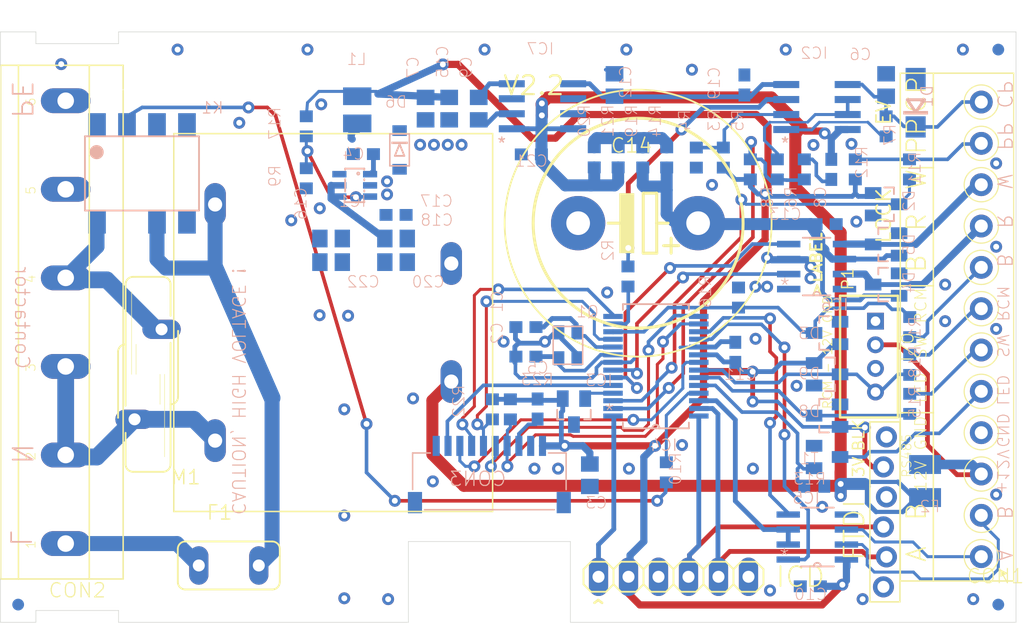
<source format=kicad_pcb>
(kicad_pcb (version 20171130) (host pcbnew "(5.1.5)-3")
  (layers (0 Top signal) (31 Bottom signal) (34 B.Paste user) (35 F.Paste user) (36 B.SilkS user) (37 F.SilkS user) (38 B.Mask user) (39 F.Mask user) (44 Edge.Cuts user))
  (net 0 "")
  (net 1 GND)
  (net 2 VCC)
  (net 3 -12V)
  (net 4 +12V)
  (net 5 /RX)
  (net 6 /TX)
  (net 7 "Net-(IC4-Pad26)")
  (net 8 "Net-(IC4-Pad25)")
  (net 9 /IO1)
  (net 10 /IO2)
  (net 11 /IO3)
  (net 12 /B1)
  (net 13 "Net-(IC4-Pad18)")
  (net 14 "Net-(IC4-Pad17)")
  (net 15 /LCD_SDO_B3)
  (net 16 /LCD_RST)
  (net 17 /LCD_CLK)
  (net 18 "Net-(IC4-Pad13)")
  (net 19 "Net-(D3-Pad3)")
  (net 20 /LCD_A0_B2)
  (net 21 "Net-(C1-Pad1)")
  (net 22 "Net-(C2-Pad1)")
  (net 23 "Net-(IC4-Pad7)")
  (net 24 "Net-(IC4-Pad6)")
  (net 25 /LCD_LED)
  (net 26 "Net-(IC3-Pad2)")
  (net 27 "Net-(D2-Pad3)")
  (net 28 "Net-(IC4-Pad2)")
  (net 29 "Net-(IC4-Pad1)")
  (net 30 /RS485_B)
  (net 31 /RS485_A)
  (net 32 "Net-(IC2-Pad3)")
  (net 33 "Net-(C4-Pad2)")
  (net 34 "Net-(C4-Pad1)")
  (net 35 "Net-(C6-Pad1)")
  (net 36 "Net-(IC2-Pad2)")
  (net 37 "Net-(IC2-Pad6)")
  (net 38 "Net-(IC2-Pad1)")
  (net 39 "Net-(K1-Pad2)")
  (net 40 "Net-(CON1-Pad11)")
  (net 41 "Net-(CON2-PadP$4)")
  (net 42 "Net-(F1-Pad1)")
  (net 43 "Net-(K1-Pad5)")
  (net 44 "Net-(CON2-PadP$5)")
  (net 45 "Net-(CON2-PadP$2)")
  (net 46 "Net-(CON2-PadP$1)")
  (net 47 "Net-(C13-Pad1)")
  (net 48 "Net-(R14-Pad1)")
  (net 49 "Net-(CON1-Pad9)")
  (net 50 "Net-(CON1-Pad10)")
  (net 51 "Net-(IC6-Pad8)")
  (net 52 "Net-(IC6-Pad1)")
  (net 53 "Net-(CON1-Pad8)")
  (net 54 "Net-(IC7-Pad6)")
  (net 55 "Net-(C9-Pad2)")
  (net 56 "Net-(IC7-Pad7)")
  (net 57 "Net-(C9-Pad1)")
  (net 58 "Net-(IC1-Pad3)")
  (net 59 "Net-(CON1-Pad7)")
  (net 60 "Net-(CON1-Pad6)")
  (net 61 /LED_12V)
  (net 62 /12V_FUSED)
  (net 63 "Net-(CON3-Pad9)")
  (net 64 "Net-(CON3-Pad1)")
  (net 65 "Net-(P1-Pad3)")
  (net 66 "Net-(ICD1-Pad6)")
  (net 67 "Net-(FTDI1-Pad4)")
  (net 68 "Net-(FTDI1-Pad1)")
  (module SmartEVSEv2.2:SOP65P780X200-28N (layer Bottom) (at 161.0061 108.3186)
    (fp_text reference IC4 (at -0.5816 7.2496) (layer B.SilkS) (effects (font (size 0.9652 0.9652) (thickness 0.09652)) (justify right bottom mirror)))
    (fp_text value PIC18F26K22-I/SOSSOP)
    (fp_text user * (at -4.445 4.5212) (layer B.SilkS) (effects (font (size 1.2065 1.2065) (thickness 0.0762)) (justify right bottom mirror)))
    (pad 28 smd rect (at 3.6322 4.2164) (size 1.651 0.4318) (layers Bottom B.Paste B.Mask) (net 5 /RX))
    (pad 27 smd rect (at 3.6322 3.5814) (size 1.651 0.4318) (layers Bottom B.Paste B.Mask) (net 6 /TX))
    (pad 26 smd rect (at 3.6322 2.921) (size 1.651 0.4318) (layers Bottom B.Paste B.Mask) (net 7 "Net-(IC4-Pad26)"))
    (pad 25 smd rect (at 3.6322 2.286) (size 1.651 0.4318) (layers Bottom B.Paste B.Mask) (net 8 "Net-(IC4-Pad25)"))
    (pad 24 smd rect (at 3.6322 1.6256) (size 1.651 0.4318) (layers Bottom B.Paste B.Mask) (net 9 /IO1))
    (pad 23 smd rect (at 3.6322 0.9652) (size 1.651 0.4318) (layers Bottom B.Paste B.Mask) (net 10 /IO2))
    (pad 22 smd rect (at 3.6322 0.3302) (size 1.651 0.4318) (layers Bottom B.Paste B.Mask) (net 11 /IO3))
    (pad 21 smd rect (at 3.6322 -0.3302) (size 1.651 0.4318) (layers Bottom B.Paste B.Mask) (net 12 /B1))
    (pad 20 smd rect (at 3.6322 -0.9652) (size 1.651 0.4318) (layers Bottom B.Paste B.Mask) (net 2 VCC))
    (pad 19 smd rect (at 3.6322 -1.6256) (size 1.651 0.4318) (layers Bottom B.Paste B.Mask) (net 1 GND))
    (pad 18 smd rect (at 3.6322 -2.286) (size 1.651 0.4318) (layers Bottom B.Paste B.Mask) (net 13 "Net-(IC4-Pad18)"))
    (pad 17 smd rect (at 3.6322 -2.921) (size 1.651 0.4318) (layers Bottom B.Paste B.Mask) (net 14 "Net-(IC4-Pad17)"))
    (pad 16 smd rect (at 3.6322 -3.5814) (size 1.651 0.4318) (layers Bottom B.Paste B.Mask) (net 15 /LCD_SDO_B3))
    (pad 15 smd rect (at 3.6322 -4.2164) (size 1.651 0.4318) (layers Bottom B.Paste B.Mask) (net 16 /LCD_RST))
    (pad 14 smd rect (at -3.6322 -4.2164) (size 1.651 0.4318) (layers Bottom B.Paste B.Mask) (net 17 /LCD_CLK))
    (pad 13 smd rect (at -3.6322 -3.5814) (size 1.651 0.4318) (layers Bottom B.Paste B.Mask) (net 18 "Net-(IC4-Pad13)"))
    (pad 12 smd rect (at -3.6322 -2.921) (size 1.651 0.4318) (layers Bottom B.Paste B.Mask) (net 19 "Net-(D3-Pad3)"))
    (pad 11 smd rect (at -3.6322 -2.286) (size 1.651 0.4318) (layers Bottom B.Paste B.Mask) (net 20 /LCD_A0_B2))
    (pad 10 smd rect (at -3.6322 -1.6256) (size 1.651 0.4318) (layers Bottom B.Paste B.Mask) (net 21 "Net-(C1-Pad1)"))
    (pad 9 smd rect (at -3.6322 -0.9652) (size 1.651 0.4318) (layers Bottom B.Paste B.Mask) (net 22 "Net-(C2-Pad1)"))
    (pad 8 smd rect (at -3.6322 -0.3302) (size 1.651 0.4318) (layers Bottom B.Paste B.Mask) (net 1 GND))
    (pad 7 smd rect (at -3.6322 0.3302) (size 1.651 0.4318) (layers Bottom B.Paste B.Mask) (net 23 "Net-(IC4-Pad7)"))
    (pad 6 smd rect (at -3.6322 0.9652) (size 1.651 0.4318) (layers Bottom B.Paste B.Mask) (net 24 "Net-(IC4-Pad6)"))
    (pad 5 smd rect (at -3.6322 1.6256) (size 1.651 0.4318) (layers Bottom B.Paste B.Mask) (net 25 /LCD_LED))
    (pad 4 smd rect (at -3.6322 2.286) (size 1.651 0.4318) (layers Bottom B.Paste B.Mask) (net 26 "Net-(IC3-Pad2)"))
    (pad 3 smd rect (at -3.6322 2.921) (size 1.651 0.4318) (layers Bottom B.Paste B.Mask) (net 27 "Net-(D2-Pad3)"))
    (pad 2 smd rect (at -3.6322 3.5814) (size 1.651 0.4318) (layers Bottom B.Paste B.Mask) (net 28 "Net-(IC4-Pad2)"))
    (pad 1 smd rect (at -3.6322 4.2164) (size 1.651 0.4318) (layers Bottom B.Paste B.Mask) (net 29 "Net-(IC4-Pad1)"))
  )
  (module SmartEVSEv2.2:SOIC127P600X175-8N (layer Bottom) (at 174.6761 122.7836)
    (fp_text reference IC5 (at -2.1791 -2.74834) (layer B.SilkS) (effects (font (size 0.9652 0.9652) (thickness 0.09652)) (justify right bottom mirror)))
    (fp_text value SN65HVD72)
    (fp_text user * (at -3.302 2.3114) (layer B.SilkS) (effects (font (size 1.2065 1.2065) (thickness 0.0762)) (justify right bottom mirror)))
    (pad 8 smd rect (at 2.4638 1.905) (size 1.9812 0.5334) (layers Bottom B.Paste B.Mask) (net 2 VCC))
    (pad 7 smd rect (at 2.4638 0.635) (size 1.9812 0.5334) (layers Bottom B.Paste B.Mask) (net 30 /RS485_B))
    (pad 6 smd rect (at 2.4638 -0.635) (size 1.9812 0.5334) (layers Bottom B.Paste B.Mask) (net 31 /RS485_A))
    (pad 5 smd rect (at 2.4638 -1.905) (size 1.9812 0.5334) (layers Bottom B.Paste B.Mask) (net 1 GND))
    (pad 4 smd rect (at -2.4638 -1.905) (size 1.9812 0.5334) (layers Bottom B.Paste B.Mask) (net 14 "Net-(IC4-Pad17)"))
    (pad 3 smd rect (at -2.4638 -0.635) (size 1.9812 0.5334) (layers Bottom B.Paste B.Mask) (net 7 "Net-(IC4-Pad26)"))
    (pad 2 smd rect (at -2.4638 0.635) (size 1.9812 0.5334) (layers Bottom B.Paste B.Mask) (net 7 "Net-(IC4-Pad26)"))
    (pad 1 smd rect (at -2.4638 1.905) (size 1.9812 0.5334) (layers Bottom B.Paste B.Mask) (net 13 "Net-(IC4-Pad18)"))
  )
  (module SmartEVSEv2.2:R0603 (layer Bottom) (at 158.6411 100.7186 90)
    (fp_text reference R2 (at 1.215 -1.14 90) (layer B.SilkS) (effects (font (size 0.9652 0.9652) (thickness 0.077216)) (justify right bottom mirror)))
    (fp_text value 15K)
    (pad 2 smd rect (at 0.85 0 90) (size 1 1.1) (layers Bottom B.Paste B.Mask) (net 32 "Net-(IC2-Pad3)"))
    (pad 1 smd rect (at -0.85 0 90) (size 1 1.1) (layers Bottom B.Paste B.Mask) (net 18 "Net-(IC4-Pad13)"))
  )
  (module SmartEVSEv2.2:C0603 (layer Bottom) (at 150.0011 105.0036 180)
    (fp_text reference C1 (at 1.879 1.163 270) (layer B.SilkS) (effects (font (size 0.9652 0.9652) (thickness 0.077216)) (justify right bottom mirror)))
    (fp_text value 18p)
    (pad 2 smd rect (at 0.85 0 180) (size 1.1 1) (layers Bottom B.Paste B.Mask) (net 1 GND))
    (pad 1 smd rect (at -0.85 0 180) (size 1.1 1) (layers Bottom B.Paste B.Mask) (net 21 "Net-(C1-Pad1)"))
  )
  (module SmartEVSEv2.2:C0603 (layer Bottom) (at 150.0011 107.5036 180)
    (fp_text reference C2 (at 1.879 0.9805 270) (layer B.SilkS) (effects (font (size 0.9652 0.9652) (thickness 0.077216)) (justify right bottom mirror)))
    (fp_text value 18p)
    (pad 2 smd rect (at 0.85 0 180) (size 1.1 1) (layers Bottom B.Paste B.Mask) (net 1 GND))
    (pad 1 smd rect (at -0.85 0 180) (size 1.1 1) (layers Bottom B.Paste B.Mask) (net 22 "Net-(C2-Pad1)"))
  )
  (module SmartEVSEv2.2:C0805 (layer Bottom) (at 155.4121 117.5496 270)
    (fp_text reference C3 (at 2.893 0.4475 180) (layer B.SilkS) (effects (font (size 0.9652 0.9652) (thickness 0.077216)) (justify right bottom mirror)))
    (fp_text value 10u16v)
    (pad 2 smd rect (at 0.95 0 270) (size 1.3 1.5) (layers Bottom B.Paste B.Mask) (net 1 GND))
    (pad 1 smd rect (at -0.95 0 270) (size 1.3 1.5) (layers Bottom B.Paste B.Mask) (net 2 VCC))
  )
  (module SmartEVSEv2.2:C0603 (layer Bottom) (at 136.2361 90.3566 180)
    (fp_text reference C4 (at 1.835 -0.547) (layer B.SilkS) (effects (font (size 0.9652 0.9652) (thickness 0.077216)) (justify right bottom mirror)))
    (fp_text value 100n)
    (pad 2 smd rect (at 0.85 0 180) (size 1.1 1) (layers Bottom B.Paste B.Mask) (net 33 "Net-(C4-Pad2)"))
    (pad 1 smd rect (at -0.85 0 180) (size 1.1 1) (layers Bottom B.Paste B.Mask) (net 34 "Net-(C4-Pad1)"))
  )
  (module SmartEVSEv2.2:C0805 (layer Bottom) (at 180.5011 84.5036 90)
    (fp_text reference C6 (at 2.026 -3.176 180) (layer B.SilkS) (effects (font (size 0.9652 0.9652) (thickness 0.077216)) (justify right bottom mirror)))
    (fp_text value 270p)
    (pad 2 smd rect (at 0.95 0 90) (size 1.3 1.5) (layers Bottom B.Paste B.Mask) (net 1 GND))
    (pad 1 smd rect (at -0.95 0 90) (size 1.3 1.5) (layers Bottom B.Paste B.Mask) (net 35 "Net-(C6-Pad1)"))
  )
  (module SmartEVSEv2.2:R0603 (layer Bottom) (at 166.7151 90.6496 90)
    (fp_text reference R3 (at 2.146 -0.214 90) (layer B.SilkS) (effects (font (size 0.9652 0.9652) (thickness 0.077216)) (justify right bottom mirror)))
    (fp_text value 15K)
    (pad 2 smd rect (at 0.85 0 90) (size 1 1.1) (layers Bottom B.Paste B.Mask) (net 36 "Net-(IC2-Pad2)"))
    (pad 1 smd rect (at -0.85 0 90) (size 1 1.1) (layers Bottom B.Paste B.Mask) (net 2 VCC))
  )
  (module SmartEVSEv2.2:R0603 (layer Bottom) (at 164.4291 90.6496 270)
    (fp_text reference R4 (at -2.146 0.428 90) (layer B.SilkS) (effects (font (size 0.9652 0.9652) (thickness 0.077216)) (justify right bottom mirror)))
    (fp_text value 15K)
    (pad 2 smd rect (at 0.85 0 270) (size 1 1.1) (layers Bottom B.Paste B.Mask) (net 1 GND))
    (pad 1 smd rect (at -0.85 0 270) (size 1 1.1) (layers Bottom B.Paste B.Mask) (net 36 "Net-(IC2-Pad2)"))
  )
  (module SmartEVSEv2.2:R0603 (layer Bottom) (at 169.0011 91.6496 90)
    (fp_text reference R5 (at 3.146 -0.5 90) (layer B.SilkS) (effects (font (size 0.9652 0.9652) (thickness 0.077216)) (justify right bottom mirror)))
    (fp_text value 10k)
    (pad 2 smd rect (at 0.85 0 90) (size 1 1.1) (layers Bottom B.Paste B.Mask) (net 28 "Net-(IC4-Pad2)"))
    (pad 1 smd rect (at -0.85 0 90) (size 1 1.1) (layers Bottom B.Paste B.Mask) (net 2 VCC))
  )
  (module SmartEVSEv2.2:R0603 (layer Bottom) (at 173.5731 91.6496 90)
    (fp_text reference R6 (at -3.354 -0.572 90) (layer B.SilkS) (effects (font (size 0.9652 0.9652) (thickness 0.077216)) (justify right bottom mirror)))
    (fp_text value 15k)
    (pad 2 smd rect (at 0.85 0 90) (size 1 1.1) (layers Bottom B.Paste B.Mask) (net 1 GND))
    (pad 1 smd rect (at -0.85 0 90) (size 1 1.1) (layers Bottom B.Paste B.Mask) (net 28 "Net-(IC4-Pad2)"))
  )
  (module SmartEVSEv2.2:SO08 (layer Bottom) (at 174.6461 86.3686 90)
    (fp_text reference IC2 (at 4.0005 -1.4605 180) (layer B.SilkS) (effects (font (size 0.9652 0.9652) (thickness 0.077216)) (justify right bottom mirror)))
    (fp_text value LM7332MA)
    (pad 5 smd rect (at 1.905 2.6 90) (size 0.6 2.2) (layers Bottom B.Paste B.Mask) (net 35 "Net-(C6-Pad1)"))
    (pad 6 smd rect (at 0.635 2.6 90) (size 0.6 2.2) (layers Bottom B.Paste B.Mask) (net 37 "Net-(IC2-Pad6)"))
    (pad 8 smd rect (at -1.905 2.6 90) (size 0.6 2.2) (layers Bottom B.Paste B.Mask) (net 4 +12V))
    (pad 4 smd rect (at 1.905 -2.6 90) (size 0.6 2.2) (layers Bottom B.Paste B.Mask) (net 3 -12V))
    (pad 3 smd rect (at 0.635 -2.6 90) (size 0.6 2.2) (layers Bottom B.Paste B.Mask) (net 32 "Net-(IC2-Pad3)"))
    (pad 1 smd rect (at -1.905 -2.6 90) (size 0.6 2.2) (layers Bottom B.Paste B.Mask) (net 38 "Net-(IC2-Pad1)"))
    (pad 7 smd rect (at -0.635 2.6 90) (size 0.6 2.2) (layers Bottom B.Paste B.Mask) (net 37 "Net-(IC2-Pad6)"))
    (pad 2 smd rect (at -0.635 -2.6 90) (size 0.6 2.2) (layers Bottom B.Paste B.Mask) (net 36 "Net-(IC2-Pad2)"))
  )
  (module SmartEVSEv2.2:R0603 (layer Bottom) (at 180.5011 88.0036 90)
    (fp_text reference R7 (at -1.716 0.8915 90) (layer B.SilkS) (effects (font (size 0.9652 0.9652) (thickness 0.077216)) (justify right bottom mirror)))
    (fp_text value "1K 1%")
    (pad 2 smd rect (at 0.85 0 90) (size 1 1.1) (layers Bottom B.Paste B.Mask) (net 35 "Net-(C6-Pad1)"))
    (pad 1 smd rect (at -0.85 0 90) (size 1 1.1) (layers Bottom B.Paste B.Mask) (net 38 "Net-(IC2-Pad1)"))
  )
  (module SmartEVSEv2.2:R0603 (layer Bottom) (at 171.2871 91.6496 270)
    (fp_text reference R8 (at 3.354 0.286 90) (layer B.SilkS) (effects (font (size 0.9652 0.9652) (thickness 0.077216)) (justify right bottom mirror)))
    (fp_text value 40k2)
    (pad 2 smd rect (at 0.85 0 270) (size 1 1.1) (layers Bottom B.Paste B.Mask) (net 28 "Net-(IC4-Pad2)"))
    (pad 1 smd rect (at -0.85 0 270) (size 1 1.1) (layers Bottom B.Paste B.Mask) (net 37 "Net-(IC2-Pad6)"))
  )
  (module SmartEVSEv2.2:R0603 (layer Bottom) (at 161.8891 117.3036 90)
    (fp_text reference R10 (at -1.151 1.3335 90) (layer B.SilkS) (effects (font (size 0.9652 0.9652) (thickness 0.077216)) (justify right bottom mirror)))
    (fp_text value 100R)
    (pad 2 smd rect (at 0.85 0 90) (size 1 1.1) (layers Bottom B.Paste B.Mask) (net 8 "Net-(IC4-Pad25)"))
    (pad 1 smd rect (at -0.85 0 90) (size 1 1.1) (layers Bottom B.Paste B.Mask) (net 39 "Net-(K1-Pad2)"))
  )
  (module SmartEVSEv2.2:R0603 (layer Bottom) (at 177.8911 91.6496 90)
    (fp_text reference R12 (at -0.854 1.11 90) (layer B.SilkS) (effects (font (size 0.9652 0.9652) (thickness 0.077216)) (justify right bottom mirror)))
    (fp_text value "1K 1%")
    (pad 2 smd rect (at 0.85 0 90) (size 1 1.1) (layers Bottom B.Paste B.Mask) (net 40 "Net-(CON1-Pad11)"))
    (pad 1 smd rect (at -0.85 0 90) (size 1 1.1) (layers Bottom B.Paste B.Mask) (net 2 VCC))
  )
  (module SmartEVSEv2.2:R0603 (layer Bottom) (at 182.4791 91.6496 90)
    (fp_text reference R11 (at -1.354 1.022 90) (layer B.SilkS) (effects (font (size 0.9652 0.9652) (thickness 0.077216)) (justify right bottom mirror)))
    (fp_text value 10K)
    (pad 2 smd rect (at 0.85 0 90) (size 1 1.1) (layers Bottom B.Paste B.Mask) (net 40 "Net-(CON1-Pad11)"))
    (pad 1 smd rect (at -0.85 0 90) (size 1 1.1) (layers Bottom B.Paste B.Mask) (net 27 "Net-(D2-Pad3)"))
  )
  (module SmartEVSEv2.2:DIL07SMD (layer Bottom) (at 117.4861 91.9886)
    (fp_text reference K1 (at 4.953 -4.9896) (layer B.SilkS) (effects (font (size 0.9652 0.9652) (thickness 0.09652)) (justify right bottom mirror)))
    (fp_text value AQH1213AX)
    (pad 8 smd rect (at -3.81 4.15) (size 1.5 1.9) (layers Bottom B.Paste B.Mask) (net 41 "Net-(CON2-PadP$4)"))
    (pad 6 smd rect (at 1.27 4.15) (size 1.5 1.9) (layers Bottom B.Paste B.Mask) (net 42 "Net-(F1-Pad1)"))
    (pad 5 smd rect (at 3.81 4.15) (size 1.5 1.9) (layers Bottom B.Paste B.Mask) (net 43 "Net-(K1-Pad5)"))
    (pad 4 smd rect (at 3.81 -4.15) (size 1.5 1.9) (layers Bottom B.Paste B.Mask) (net 1 GND))
    (pad 3 smd rect (at 1.27 -4.15) (size 1.5 1.9) (layers Bottom B.Paste B.Mask) (net 1 GND))
    (pad 2 smd rect (at -1.27 -4.15) (size 1.5 1.9) (layers Bottom B.Paste B.Mask) (net 39 "Net-(K1-Pad2)"))
    (pad 1 smd rect (at -3.81 -4.15) (size 1.5 1.9) (layers Bottom B.Paste B.Mask) (net 1 GND))
  )
  (module SmartEVSEv2.2:P_AST027-06 (layer Top) (at 111.0256 104.2861 90)
    (fp_text reference CON2 hide)
    (fp_text value DG128-7.5 hide)
    (fp_text user 6 (at 17.95 -2.5 90) (layer F.SilkS) (effects (font (size 0.77216 0.77216) (thickness 0.065024)) (justify left bottom)))
    (fp_text user 5 (at 10.45 -2.5 90) (layer F.SilkS) (effects (font (size 0.77216 0.77216) (thickness 0.065024)) (justify left bottom)))
    (fp_text user 4 (at 2.95 -2.5 90) (layer F.SilkS) (effects (font (size 0.77216 0.77216) (thickness 0.065024)) (justify left bottom)))
    (fp_text user 3 (at -4.55 -2.5 90) (layer F.SilkS) (effects (font (size 0.77216 0.77216) (thickness 0.065024)) (justify left bottom)))
    (fp_text user 2 (at -12.05 -2.5 90) (layer F.SilkS) (effects (font (size 0.77216 0.77216) (thickness 0.065024)) (justify left bottom)))
    (fp_text user 1 (at -19.55 -2.5 90) (layer F.SilkS) (effects (font (size 0.77216 0.77216) (thickness 0.065024)) (justify left bottom)))
    (pad P$6 thru_hole oval (at 18.45 0 180) (size 4.2 2.1) (drill 1.4) (layers *.Cu *.Mask) (net 1 GND))
    (pad P$5 thru_hole oval (at 10.95 0 180) (size 4.2 2.1) (drill 1.4) (layers *.Cu *.Mask) (net 44 "Net-(CON2-PadP$5)"))
    (pad P$4 thru_hole oval (at 3.45 0 180) (size 4.2 2.1) (drill 1.4) (layers *.Cu *.Mask) (net 41 "Net-(CON2-PadP$4)"))
    (pad P$3 thru_hole oval (at -4.05 0 180) (size 4.2 2.1) (drill 1.4) (layers *.Cu *.Mask) (net 45 "Net-(CON2-PadP$2)"))
    (pad P$2 thru_hole oval (at -11.55 0 180) (size 4.2 2.1) (drill 1.4) (layers *.Cu *.Mask) (net 45 "Net-(CON2-PadP$2)"))
    (pad P$1 thru_hole oval (at -19.05 0 180) (size 4.2 2.1) (drill 1.4) (layers *.Cu *.Mask) (net 46 "Net-(CON2-PadP$1)"))
  )
  (module SmartEVSEv2.2:C0603 (layer Bottom) (at 150.9891 111.9436 270)
    (fp_text reference C5 (at -2.94 0.988 180) (layer B.SilkS) (effects (font (size 0.9652 0.9652) (thickness 0.077216)) (justify right bottom mirror)))
    (fp_text value 100n)
    (pad 2 smd rect (at 0.85 0 270) (size 1.1 1) (layers Bottom B.Paste B.Mask) (net 1 GND))
    (pad 1 smd rect (at -0.85 0 270) (size 1.1 1) (layers Bottom B.Paste B.Mask) (net 2 VCC))
  )
  (module SmartEVSEv2.2:C0603 (layer Bottom) (at 174.0811 126.9556 180)
    (fp_text reference C10 (at 1.423 -1.2475) (layer B.SilkS) (effects (font (size 0.9652 0.9652) (thickness 0.077216)) (justify right bottom mirror)))
    (fp_text value 100n)
    (pad 2 smd rect (at 0.85 0 180) (size 1.1 1) (layers Bottom B.Paste B.Mask) (net 1 GND))
    (pad 1 smd rect (at -0.85 0 180) (size 1.1 1) (layers Bottom B.Paste B.Mask) (net 2 VCC))
  )
  (module SmartEVSEv2.2:C0603 (layer Bottom) (at 175.8591 91.6496 270)
    (fp_text reference C8 (at 3.354 0.358 90) (layer B.SilkS) (effects (font (size 0.9652 0.9652) (thickness 0.077216)) (justify right bottom mirror)))
    (fp_text value 100n)
    (pad 2 smd rect (at 0.85 0 270) (size 1.1 1) (layers Bottom B.Paste B.Mask) (net 1 GND))
    (pad 1 smd rect (at -0.85 0 270) (size 1.1 1) (layers Bottom B.Paste B.Mask) (net 4 +12V))
  )
  (module SmartEVSEv2.2:1X06 (layer Top) (at 162.4961 126.1486)
    (fp_text reference ICD1 hide)
    (fp_text value ICD hide)
    (pad 6 thru_hole oval (at 6.35 0 90) (size 3.2512 1.6256) (drill 1.016) (layers *.Cu *.Mask) (net 66 "Net-(ICD1-Pad6)"))
    (pad 5 thru_hole oval (at 3.81 0 90) (size 3.2512 1.6256) (drill 1.016) (layers *.Cu *.Mask) (net 6 /TX))
    (pad 4 thru_hole oval (at 1.27 0 90) (size 3.2512 1.6256) (drill 1.016) (layers *.Cu *.Mask) (net 5 /RX))
    (pad 3 thru_hole oval (at -1.27 0 90) (size 3.2512 1.6256) (drill 1.016) (layers *.Cu *.Mask) (net 1 GND))
    (pad 2 thru_hole oval (at -3.81 0 90) (size 3.2512 1.6256) (drill 1.016) (layers *.Cu *.Mask) (net 2 VCC))
    (pad 1 thru_hole oval (at -6.35 0 90) (size 3.2512 1.6256) (drill 1.016) (layers *.Cu *.Mask) (net 29 "Net-(IC4-Pad1)"))
  )
  (module SmartEVSEv2.2:DO214AC (layer Bottom) (at 183.0011 86.0036 90)
    (fp_text reference D1 (at -0.45 1.53 90) (layer B.SilkS) (effects (font (size 0.9652 0.9652) (thickness 0.09652)) (justify right bottom mirror)))
    (fp_text value SMAJ13CA)
    (pad A smd rect (at 2.05 0 90) (size 1.8 1.7) (layers Bottom B.Paste B.Mask) (net 1 GND))
    (pad C smd rect (at -2.05 0 90) (size 1.8 1.7) (layers Bottom B.Paste B.Mask) (net 35 "Net-(C6-Pad1)"))
  )
  (module SmartEVSEv2.2:SOT23 (layer Bottom) (at 154.0661 112.1616)
    (fp_text reference IC3 (at 0.895 -2.089) (layer B.SilkS) (effects (font (size 0.9652 0.9652) (thickness 0.077216)) (justify right bottom mirror)))
    (fp_text value MCP9700A)
    (pad 1 smd rect (at -0.95 -1.1) (size 1 1.4) (layers Bottom B.Paste B.Mask) (net 2 VCC))
    (pad 2 smd rect (at 0.95 -1.1) (size 1 1.4) (layers Bottom B.Paste B.Mask) (net 26 "Net-(IC3-Pad2)"))
    (pad 3 smd rect (at 0 1.1) (size 1 1.4) (layers Bottom B.Paste B.Mask) (net 1 GND))
  )
  (module SmartEVSEv2.2:C0603 (layer Bottom) (at 167.7311 107.1436 90)
    (fp_text reference C11 (at -2.413 -1.024 180) (layer B.SilkS) (effects (font (size 0.9652 0.9652) (thickness 0.077216)) (justify right bottom mirror)))
    (fp_text value 100n)
    (pad 2 smd rect (at 0.85 0 90) (size 1.1 1) (layers Bottom B.Paste B.Mask) (net 1 GND))
    (pad 1 smd rect (at -0.85 0 90) (size 1.1 1) (layers Bottom B.Paste B.Mask) (net 2 VCC))
  )
  (module SmartEVSEv2.2:R0603 (layer Bottom) (at 161.9171 90.6356 270)
    (fp_text reference R14 (at -1.632 0.416 90) (layer B.SilkS) (effects (font (size 0.9652 0.9652) (thickness 0.077216)) (justify right bottom mirror)))
    (fp_text value 100R)
    (pad 2 smd rect (at 0.85 0 270) (size 1 1.1) (layers Bottom B.Paste B.Mask) (net 47 "Net-(C13-Pad1)"))
    (pad 1 smd rect (at -0.85 0 270) (size 1 1.1) (layers Bottom B.Paste B.Mask) (net 48 "Net-(R14-Pad1)"))
  )
  (module SmartEVSEv2.2:SOT23 (layer Bottom) (at 180.5011 101.4036 270)
    (fp_text reference D4 (at 0.8 -2.5 90) (layer B.SilkS) (effects (font (size 0.9652 0.9652) (thickness 0.077216)) (justify right bottom mirror)))
    (fp_text value BAT54S)
    (pad 1 smd rect (at -0.95 -1.1 270) (size 1 1.4) (layers Bottom B.Paste B.Mask) (net 1 GND))
    (pad 2 smd rect (at 0.95 -1.1 270) (size 1 1.4) (layers Bottom B.Paste B.Mask) (net 47 "Net-(C13-Pad1)"))
    (pad 3 smd rect (at 0 1.1 270) (size 1 1.4) (layers Bottom B.Paste B.Mask) (net 49 "Net-(CON1-Pad9)"))
  )
  (module SmartEVSEv2.2:SOT23 (layer Bottom) (at 180.5011 98.0036 270)
    (fp_text reference D5 (at 1 -2.5 90) (layer B.SilkS) (effects (font (size 0.9652 0.9652) (thickness 0.077216)) (justify right bottom mirror)))
    (fp_text value BAT54S)
    (pad 1 smd rect (at -0.95 -1.1 270) (size 1 1.4) (layers Bottom B.Paste B.Mask) (net 1 GND))
    (pad 2 smd rect (at 0.95 -1.1 270) (size 1 1.4) (layers Bottom B.Paste B.Mask) (net 47 "Net-(C13-Pad1)"))
    (pad 3 smd rect (at 0 1.1 270) (size 1 1.4) (layers Bottom B.Paste B.Mask) (net 50 "Net-(CON1-Pad10)"))
  )
  (module SmartEVSEv2.2:SOIC127P600X175-8N (layer Bottom) (at 174.6141 99.8796)
    (fp_text reference IC6 (at 0.2944 3.8078) (layer B.SilkS) (effects (font (size 0.9652 0.9652) (thickness 0.09652)) (justify right bottom mirror)))
    (fp_text value FAN3214TMX)
    (fp_text user * (at -3.2004 2.3368) (layer B.SilkS) (effects (font (size 1.2065 1.2065) (thickness 0.0762)) (justify right bottom mirror)))
    (pad 8 smd rect (at 2.3622 1.905) (size 1.9812 0.5588) (layers Bottom B.Paste B.Mask) (net 51 "Net-(IC6-Pad8)"))
    (pad 7 smd rect (at 2.3622 0.635) (size 1.9812 0.5588) (layers Bottom B.Paste B.Mask) (net 49 "Net-(CON1-Pad9)"))
    (pad 6 smd rect (at 2.3622 -0.635) (size 1.9812 0.5588) (layers Bottom B.Paste B.Mask) (net 47 "Net-(C13-Pad1)"))
    (pad 5 smd rect (at 2.3622 -1.905) (size 1.9812 0.5588) (layers Bottom B.Paste B.Mask) (net 50 "Net-(CON1-Pad10)"))
    (pad 4 smd rect (at -2.3622 -1.905) (size 1.9812 0.5588) (layers Bottom B.Paste B.Mask) (net 24 "Net-(IC4-Pad6)"))
    (pad 3 smd rect (at -2.3622 -0.635) (size 1.9812 0.5588) (layers Bottom B.Paste B.Mask) (net 1 GND))
    (pad 2 smd rect (at -2.3622 0.635) (size 1.9812 0.5588) (layers Bottom B.Paste B.Mask) (net 23 "Net-(IC4-Pad7)"))
    (pad 1 smd rect (at -2.3622 1.905) (size 1.9812 0.5588) (layers Bottom B.Paste B.Mask) (net 52 "Net-(IC6-Pad1)"))
  )
  (module SmartEVSEv2.2:C0603 (layer Bottom) (at 175.4221 96.2826)
    (fp_text reference C13 (at -4.921 -0.279) (layer B.SilkS) (effects (font (size 0.9652 0.9652) (thickness 0.077216)) (justify right bottom mirror)))
    (fp_text value 100n)
    (pad 2 smd rect (at 0.85 0) (size 1.1 1) (layers Bottom B.Paste B.Mask) (net 1 GND))
    (pad 1 smd rect (at -0.85 0) (size 1.1 1) (layers Bottom B.Paste B.Mask) (net 47 "Net-(C13-Pad1)"))
  )
  (module SmartEVSEv2.2:EB22,5D (layer Top) (at 159.5011 96.2036 180)
    (fp_text reference C14 (at 2.3894 5.875) (layer F.SilkS) (effects (font (size 1.2065 1.2065) (thickness 0.12065)) (justify left bottom)))
    (fp_text value "10000u 16V")
    (pad - thru_hole circle (at 5.08 0 180) (size 4.5974 4.5974) (drill 2.0066) (layers *.Cu *.Mask) (net 1 GND))
    (pad + thru_hole circle (at -5.08 0 180) (size 4.5974 4.5974) (drill 2.0066) (layers *.Cu *.Mask) (net 47 "Net-(C13-Pad1)"))
  )
  (module SmartEVSEv2.2:CTS_32X25 (layer Bottom) (at 153.5041 106.5496 90)
    (fp_text reference Q1 (at 2.289 0.692 180) (layer B.SilkS) (effects (font (size 0.9652 0.9652) (thickness 0.077216)) (justify right bottom mirror)))
    (fp_text value CTS_32X25_SMD)
    (pad 1 smd rect (at -1.1 -0.7 90) (size 1.2 0.9) (layers Bottom B.Paste B.Mask) (net 22 "Net-(C2-Pad1)"))
    (pad 4 smd rect (at -1.1 0.8 90) (size 1.2 0.9) (layers Bottom B.Paste B.Mask) (net 1 GND))
    (pad 2 smd rect (at 1.1 -0.7 90) (size 1.2 0.9) (layers Bottom B.Paste B.Mask) (net 1 GND))
    (pad 3 smd rect (at 1.1 0.8 90) (size 1.2 0.9) (layers Bottom B.Paste B.Mask) (net 21 "Net-(C1-Pad1)"))
  )
  (module SmartEVSEv2.2:R0603 (layer Bottom) (at 182.5011 105.0036 270)
    (fp_text reference R1 (at 1 -1 90) (layer B.SilkS) (effects (font (size 0.9652 0.9652) (thickness 0.077216)) (justify right bottom mirror)))
    (fp_text value 31K6)
    (pad 2 smd rect (at 0.85 0 270) (size 1 1.1) (layers Bottom B.Paste B.Mask) (net 53 "Net-(CON1-Pad8)"))
    (pad 1 smd rect (at -0.85 0 270) (size 1 1.1) (layers Bottom B.Paste B.Mask) (net 19 "Net-(D3-Pad3)"))
  )
  (module SmartEVSEv2.2:R0603 (layer Bottom) (at 168.0011 102.5036 270)
    (fp_text reference R16 (at 0.957 2.24 90) (layer B.SilkS) (effects (font (size 0.9652 0.9652) (thickness 0.077216)) (justify right bottom mirror)))
    (fp_text value 10K)
    (pad 2 smd rect (at 0.85 0 270) (size 1 1.1) (layers Bottom B.Paste B.Mask) (net 19 "Net-(D3-Pad3)"))
    (pad 1 smd rect (at -0.85 0 270) (size 1 1.1) (layers Bottom B.Paste B.Mask) (net 1 GND))
  )
  (module SmartEVSEv2.2:SO08 (layer Bottom) (at 151.4011 86.3036 90)
    (fp_text reference IC7 (at 4.3 -1.4 180) (layer B.SilkS) (effects (font (size 0.9652 0.9652) (thickness 0.077216)) (justify right bottom mirror)))
    (fp_text value TC7660S)
    (pad 5 smd rect (at 1.905 2.6 90) (size 0.6 2.2) (layers Bottom B.Paste B.Mask) (net 3 -12V))
    (pad 6 smd rect (at 0.635 2.6 90) (size 0.6 2.2) (layers Bottom B.Paste B.Mask) (net 54 "Net-(IC7-Pad6)"))
    (pad 8 smd rect (at -1.905 2.6 90) (size 0.6 2.2) (layers Bottom B.Paste B.Mask) (net 4 +12V))
    (pad 4 smd rect (at 1.905 -2.6 90) (size 0.6 2.2) (layers Bottom B.Paste B.Mask) (net 55 "Net-(C9-Pad2)"))
    (pad 3 smd rect (at 0.635 -2.6 90) (size 0.6 2.2) (layers Bottom B.Paste B.Mask) (net 1 GND))
    (pad 1 smd rect (at -1.905 -2.6 90) (size 0.6 2.2) (layers Bottom B.Paste B.Mask) (net 4 +12V))
    (pad 7 smd rect (at -0.635 2.6 90) (size 0.6 2.2) (layers Bottom B.Paste B.Mask) (net 56 "Net-(IC7-Pad7)"))
    (pad 2 smd rect (at -0.635 -2.6 90) (size 0.6 2.2) (layers Bottom B.Paste B.Mask) (net 57 "Net-(C9-Pad1)"))
  )
  (module SmartEVSEv2.2:C0805 (layer Bottom) (at 146.0011 86.5036 90)
    (fp_text reference C9 (at 2.5 -0.5 90) (layer B.SilkS) (effects (font (size 0.9652 0.9652) (thickness 0.077216)) (justify right bottom mirror)))
    (fp_text value 10u16v)
    (pad 2 smd rect (at 0.95 0 90) (size 1.3 1.5) (layers Bottom B.Paste B.Mask) (net 55 "Net-(C9-Pad2)"))
    (pad 1 smd rect (at -0.95 0 90) (size 1.3 1.5) (layers Bottom B.Paste B.Mask) (net 57 "Net-(C9-Pad1)"))
  )
  (module SmartEVSEv2.2:C0805 (layer Bottom) (at 157.5011 84.5036 90)
    (fp_text reference C12 (at -1.2 1.5 90) (layer B.SilkS) (effects (font (size 0.9652 0.9652) (thickness 0.077216)) (justify right bottom mirror)))
    (fp_text value 10u16v)
    (pad 2 smd rect (at 0.95 0 90) (size 1.3 1.5) (layers Bottom B.Paste B.Mask) (net 1 GND))
    (pad 1 smd rect (at -0.95 0 90) (size 1.3 1.5) (layers Bottom B.Paste B.Mask) (net 3 -12V))
  )
  (module SmartEVSEv2.2:R0603 (layer Bottom) (at 131.4011 92.4036 270)
    (fp_text reference R9 (at 0.8 2.1 90) (layer B.SilkS) (effects (font (size 0.9652 0.9652) (thickness 0.077216)) (justify right bottom mirror)))
    (fp_text value 10K)
    (pad 2 smd rect (at 0.85 0 270) (size 1 1.1) (layers Bottom B.Paste B.Mask) (net 1 GND))
    (pad 1 smd rect (at -0.85 0 270) (size 1 1.1) (layers Bottom B.Paste B.Mask) (net 58 "Net-(IC1-Pad3)"))
  )
  (module SmartEVSEv2.2:R0603 (layer Bottom) (at 131.4011 88.0036 270)
    (fp_text reference R17 (at 1.2 2.1 90) (layer B.SilkS) (effects (font (size 0.9652 0.9652) (thickness 0.077216)) (justify right bottom mirror)))
    (fp_text value 31K6)
    (pad 2 smd rect (at 0.85 0 270) (size 1 1.1) (layers Bottom B.Paste B.Mask) (net 58 "Net-(IC1-Pad3)"))
    (pad 1 smd rect (at -0.85 0 270) (size 1 1.1) (layers Bottom B.Paste B.Mask) (net 2 VCC))
  )
  (module SmartEVSEv2.2:MCSD43 (layer Bottom) (at 135.7131 86.6066 270)
    (fp_text reference L1 (at -3.719 0.955 180) (layer B.SilkS) (effects (font (size 0.9652 0.9652) (thickness 0.077216)) (justify right bottom mirror)))
    (fp_text value 2.2uH)
    (pad 2 smd rect (at 1.15 0 270) (size 1.5 2.4) (layers Bottom B.Paste B.Mask) (net 33 "Net-(C4-Pad2)"))
    (pad 1 smd rect (at -1.15 0 270) (size 1.5 2.4) (layers Bottom B.Paste B.Mask) (net 2 VCC))
  )
  (module SmartEVSEv2.2:C0805 (layer Bottom) (at 143.5011 86.5036 90)
    (fp_text reference C15 (at 2.5 0 90) (layer B.SilkS) (effects (font (size 0.9652 0.9652) (thickness 0.077216)) (justify right bottom mirror)))
    (fp_text value 10u16v)
    (pad 2 smd rect (at 0.95 0 90) (size 1.3 1.5) (layers Bottom B.Paste B.Mask) (net 2 VCC))
    (pad 1 smd rect (at -0.95 0 90) (size 1.3 1.5) (layers Bottom B.Paste B.Mask) (net 1 GND))
  )
  (module SmartEVSEv2.2:C0805 (layer Bottom) (at 133.5011 97.5036 180)
    (fp_text reference C16 (at 2 1.5 270) (layer B.SilkS) (effects (font (size 0.9652 0.9652) (thickness 0.077216)) (justify right bottom mirror)))
    (fp_text value 10u16v)
    (pad 2 smd rect (at 0.95 0 180) (size 1.3 1.5) (layers Bottom B.Paste B.Mask) (net 1 GND))
    (pad 1 smd rect (at -0.95 0 180) (size 1.3 1.5) (layers Bottom B.Paste B.Mask) (net 4 +12V))
  )
  (module SmartEVSEv2.2:C0603 (layer Bottom) (at 139.0011 95.5036)
    (fp_text reference C17 (at 1.972 -0.61) (layer B.SilkS) (effects (font (size 0.9652 0.9652) (thickness 0.077216)) (justify right bottom mirror)))
    (fp_text value 100n)
    (pad 2 smd rect (at 0.85 0) (size 1.1 1) (layers Bottom B.Paste B.Mask) (net 1 GND))
    (pad 1 smd rect (at -0.85 0) (size 1.1 1) (layers Bottom B.Paste B.Mask) (net 4 +12V))
  )
  (module SmartEVSEv2.2:C0805 (layer Bottom) (at 139.0011 97.5036)
    (fp_text reference C18 (at 2 -1) (layer B.SilkS) (effects (font (size 0.9652 0.9652) (thickness 0.077216)) (justify right bottom mirror)))
    (fp_text value 10u16v)
    (pad 2 smd rect (at 0.95 0) (size 1.3 1.5) (layers Bottom B.Paste B.Mask) (net 1 GND))
    (pad 1 smd rect (at -0.95 0) (size 1.3 1.5) (layers Bottom B.Paste B.Mask) (net 4 +12V))
  )
  (module SmartEVSEv2.2:C0805 (layer Bottom) (at 141.5011 86.5036 90)
    (fp_text reference C7 (at 2.5 -0.5 90) (layer B.SilkS) (effects (font (size 0.9652 0.9652) (thickness 0.077216)) (justify right bottom mirror)))
    (fp_text value 10u16v)
    (pad 2 smd rect (at 0.95 0 90) (size 1.3 1.5) (layers Bottom B.Paste B.Mask) (net 2 VCC))
    (pad 1 smd rect (at -0.95 0 90) (size 1.3 1.5) (layers Bottom B.Paste B.Mask) (net 1 GND))
  )
  (module SmartEVSEv2.2:SOT23 (layer Bottom) (at 175.5011 105.5036 270)
    (fp_text reference D3 (at 0.6 2.5 180) (layer B.SilkS) (effects (font (size 0.9652 0.9652) (thickness 0.077216)) (justify right bottom mirror)))
    (fp_text value BAT54S)
    (pad 1 smd rect (at -0.95 -1.1 270) (size 1 1.4) (layers Bottom B.Paste B.Mask) (net 1 GND))
    (pad 2 smd rect (at 0.95 -1.1 270) (size 1 1.4) (layers Bottom B.Paste B.Mask) (net 2 VCC))
    (pad 3 smd rect (at 0 1.1 270) (size 1 1.4) (layers Bottom B.Paste B.Mask) (net 19 "Net-(D3-Pad3)"))
  )
  (module SmartEVSEv2.2:SOT23 (layer Bottom) (at 180.5011 94.6036 90)
    (fp_text reference D2 (at -0.7 2.5 90) (layer B.SilkS) (effects (font (size 0.9652 0.9652) (thickness 0.077216)) (justify right bottom mirror)))
    (fp_text value BAT54S)
    (pad 1 smd rect (at -0.95 -1.1 90) (size 1 1.4) (layers Bottom B.Paste B.Mask) (net 1 GND))
    (pad 2 smd rect (at 0.95 -1.1 90) (size 1 1.4) (layers Bottom B.Paste B.Mask) (net 2 VCC))
    (pad 3 smd rect (at 0 1.1 90) (size 1 1.4) (layers Bottom B.Paste B.Mask) (net 27 "Net-(D2-Pad3)"))
  )
  (module SmartEVSEv2.2:12PIN (layer Top) (at 188.0011 105.5036 90)
    (fp_text reference CON1 (at -21.2975 -0.7385) (layer F.SilkS) (effects (font (size 1.2065 1.2065) (thickness 0.09652)) (justify left bottom)))
    (fp_text value 3.5MM_12PIN)
    (fp_text user RS485 (at -12.3 -5.3 90) (layer F.SilkS) (effects (font (size 0.77216 0.77216) (thickness 0.065024)) (justify left bottom)))
    (fp_text user CP (at 18.5 -4 90) (layer F.SilkS) (effects (font (size 1.59258 1.59258) (thickness 0.134112)) (justify left bottom)))
    (fp_text user PP (at 15 -4 90) (layer F.SilkS) (effects (font (size 1.59258 1.59258) (thickness 0.134112)) (justify left bottom)))
    (fp_text user W (at 12 -4 90) (layer F.SilkS) (effects (font (size 1.59258 1.59258) (thickness 0.134112)) (justify left bottom)))
    (fp_text user R (at 8.5 -4 90) (layer F.SilkS) (effects (font (size 1.59258 1.59258) (thickness 0.134112)) (justify left bottom)))
    (fp_text user B (at 5 -4 90) (layer F.SilkS) (effects (font (size 1.59258 1.59258) (thickness 0.134112)) (justify left bottom)))
    (fp_text user RCM (at 0.75 -4 90) (layer F.SilkS) (effects (font (size 0.9652 0.9652) (thickness 0.08128)) (justify left bottom)))
    (fp_text user SW (at -2.25 -4 90) (layer F.SilkS) (effects (font (size 0.9652 0.9652) (thickness 0.08128)) (justify left bottom)))
    (fp_text user LED (at -6 -4 90) (layer F.SilkS) (effects (font (size 0.9652 0.9652) (thickness 0.08128)) (justify left bottom)))
    (fp_text user 12V (at -13.5 -4 90) (layer F.SilkS) (effects (font (size 0.9652 0.9652) (thickness 0.08128)) (justify left bottom)))
    (fp_text user GND (at -10 -4 90) (layer F.SilkS) (effects (font (size 0.9652 0.9652) (thickness 0.08128)) (justify left bottom)))
    (fp_text user B (at -16 -4 90) (layer F.SilkS) (effects (font (size 1.59258 1.59258) (thickness 0.134112)) (justify left bottom)))
    (fp_text user A (at -19.5 -4 90) (layer F.SilkS) (effects (font (size 1.59258 1.59258) (thickness 0.134112)) (justify left bottom)))
    (pad 12 thru_hole circle (at 19.5575 0.56 180) (size 1.9304 1.9304) (drill 1.1) (layers *.Cu *.Mask) (net 35 "Net-(C6-Pad1)"))
    (pad 11 thru_hole circle (at 16.0575 0.56 180) (size 1.9304 1.9304) (drill 1.1) (layers *.Cu *.Mask) (net 40 "Net-(CON1-Pad11)"))
    (pad 10 thru_hole circle (at 12.5575 0.56 180) (size 1.9304 1.9304) (drill 1.1) (layers *.Cu *.Mask) (net 50 "Net-(CON1-Pad10)"))
    (pad 9 thru_hole circle (at 9.0575 0.56 180) (size 1.9304 1.9304) (drill 1.1) (layers *.Cu *.Mask) (net 49 "Net-(CON1-Pad9)"))
    (pad 8 thru_hole circle (at 5.5575 0.56 180) (size 1.9304 1.9304) (drill 1.1) (layers *.Cu *.Mask) (net 53 "Net-(CON1-Pad8)"))
    (pad 7 thru_hole circle (at 2.0575 0.56 180) (size 1.9304 1.9304) (drill 1.1) (layers *.Cu *.Mask) (net 59 "Net-(CON1-Pad7)"))
    (pad 6 thru_hole circle (at -1.4425 0.56 180) (size 1.9304 1.9304) (drill 1.1) (layers *.Cu *.Mask) (net 60 "Net-(CON1-Pad6)"))
    (pad 5 thru_hole circle (at -4.9425 0.56 180) (size 1.9304 1.9304) (drill 1.1) (layers *.Cu *.Mask) (net 61 /LED_12V))
    (pad 4 thru_hole circle (at -8.4425 0.56 180) (size 1.9304 1.9304) (drill 1.1) (layers *.Cu *.Mask) (net 1 GND))
    (pad 3 thru_hole circle (at -11.9425 0.56 180) (size 1.9304 1.9304) (drill 1.1) (layers *.Cu *.Mask) (net 62 /12V_FUSED))
    (pad 2 thru_hole circle (at -15.4425 0.56 180) (size 1.9304 1.9304) (drill 1.1) (layers *.Cu *.Mask) (net 30 /RS485_B))
    (pad 1 thru_hole circle (at -18.9425 0.56 180) (size 1.9304 1.9304) (drill 1.1) (layers *.Cu *.Mask) (net 31 /RS485_A))
  )
  (module SmartEVSEv2.2:R0603 (layer Bottom) (at 174.4191 118.4836 180)
    (fp_text reference R13 (at 1.847 0.065) (layer B.SilkS) (effects (font (size 0.9652 0.9652) (thickness 0.077216)) (justify right bottom mirror)))
    (fp_text value 10K)
    (pad 2 smd rect (at 0.85 0 180) (size 1 1.1) (layers Bottom B.Paste B.Mask) (net 9 /IO1))
    (pad 1 smd rect (at -0.85 0 180) (size 1 1.1) (layers Bottom B.Paste B.Mask) (net 1 GND))
  )
  (module SmartEVSEv2.2:R0603 (layer Bottom) (at 182.5011 111.5036 90)
    (fp_text reference R15 (at -1.3 1 90) (layer B.SilkS) (effects (font (size 0.9652 0.9652) (thickness 0.077216)) (justify right bottom mirror)))
    (fp_text value 100R)
    (pad 2 smd rect (at 0.85 0 90) (size 1 1.1) (layers Bottom B.Paste B.Mask) (net 60 "Net-(CON1-Pad6)"))
    (pad 1 smd rect (at -0.85 0 90) (size 1 1.1) (layers Bottom B.Paste B.Mask) (net 10 /IO2))
  )
  (module SmartEVSEv2.2:R0603 (layer Bottom) (at 182.5011 108.2036 90)
    (fp_text reference R18 (at -1.2 1 90) (layer B.SilkS) (effects (font (size 0.9652 0.9652) (thickness 0.077216)) (justify right bottom mirror)))
    (fp_text value 100R)
    (pad 2 smd rect (at 0.85 0 90) (size 1 1.1) (layers Bottom B.Paste B.Mask) (net 59 "Net-(CON1-Pad7)"))
    (pad 1 smd rect (at -0.85 0 90) (size 1 1.1) (layers Bottom B.Paste B.Mask) (net 11 /IO3))
  )
  (module SmartEVSEv2.2:C0603 (layer Bottom) (at 168.5011 84.5036 90)
    (fp_text reference C19 (at -1.3 -2 90) (layer B.SilkS) (effects (font (size 0.9652 0.9652) (thickness 0.077216)) (justify right bottom mirror)))
    (fp_text value 100n)
    (pad 2 smd rect (at 0.85 0 90) (size 1.1 1) (layers Bottom B.Paste B.Mask) (net 1 GND))
    (pad 1 smd rect (at -0.85 0 90) (size 1.1 1) (layers Bottom B.Paste B.Mask) (net 3 -12V))
  )
  (module SmartEVSEv2.2:R0603 (layer Bottom) (at 159.8931 90.6356 270)
    (fp_text reference R19 (at -1.632 0.392 90) (layer B.SilkS) (effects (font (size 0.9652 0.9652) (thickness 0.077216)) (justify right bottom mirror)))
    (fp_text value 100R)
    (pad 2 smd rect (at 0.85 0 270) (size 1 1.1) (layers Bottom B.Paste B.Mask) (net 47 "Net-(C13-Pad1)"))
    (pad 1 smd rect (at -0.85 0 270) (size 1 1.1) (layers Bottom B.Paste B.Mask) (net 48 "Net-(R14-Pad1)"))
  )
  (module SmartEVSEv2.2:R0603 (layer Bottom) (at 155.7851 90.6276 90)
    (fp_text reference R20 (at 1.624 -0.284 90) (layer B.SilkS) (effects (font (size 0.9652 0.9652) (thickness 0.077216)) (justify right bottom mirror)))
    (fp_text value 100R)
    (pad 2 smd rect (at 0.85 0 90) (size 1 1.1) (layers Bottom B.Paste B.Mask) (net 48 "Net-(R14-Pad1)"))
    (pad 1 smd rect (at -0.85 0 90) (size 1 1.1) (layers Bottom B.Paste B.Mask) (net 4 +12V))
  )
  (module SmartEVSEv2.2:R0603 (layer Bottom) (at 157.8091 90.6276 90)
    (fp_text reference R21 (at 1.624 -0.308 90) (layer B.SilkS) (effects (font (size 0.9652 0.9652) (thickness 0.077216)) (justify right bottom mirror)))
    (fp_text value 100R)
    (pad 2 smd rect (at 0.85 0 90) (size 1 1.1) (layers Bottom B.Paste B.Mask) (net 48 "Net-(R14-Pad1)"))
    (pad 1 smd rect (at -0.85 0 90) (size 1 1.1) (layers Bottom B.Paste B.Mask) (net 4 +12V))
  )
  (module SmartEVSEv2.2:C0603 (layer Bottom) (at 150.4591 90.3796 180)
    (fp_text reference C21 (at 1.458 -1.124) (layer B.SilkS) (effects (font (size 0.9652 0.9652) (thickness 0.077216)) (justify right bottom mirror)))
    (fp_text value 100n)
    (pad 2 smd rect (at 0.85 0 180) (size 1.1 1) (layers Bottom B.Paste B.Mask) (net 1 GND))
    (pad 1 smd rect (at -0.85 0 180) (size 1.1 1) (layers Bottom B.Paste B.Mask) (net 4 +12V))
  )
  (module SmartEVSEv2.2:VTX-214-005-112 (layer Top) (at 133.6791 104.6196 90)
    (fp_text reference U$2 hide)
    (fp_text value VTX-214-005-112 hide)
    (pad 3 thru_hole oval (at -5 10 270) (size 3.6192 1.8096) (drill 1.2) (layers *.Cu *.Mask) (net 4 +12V))
    (pad 4 thru_hole oval (at 5 10 270) (size 3.6192 1.8096) (drill 1.2) (layers *.Cu *.Mask) (net 1 GND))
    (pad 1 thru_hole oval (at 10 -10 270) (size 3.6192 1.8096) (drill 1.2) (layers *.Cu *.Mask) (net 42 "Net-(F1-Pad1)"))
    (pad 2 thru_hole oval (at -10 -10 270) (size 3.6192 1.8096) (drill 1.2) (layers *.Cu *.Mask) (net 45 "Net-(CON2-PadP$2)"))
  )
  (module SmartEVSEv2.2:TE5 (layer Top) (at 124.8371 125.1916 180)
    (fp_text reference F1 (at 1.953 3.778) (layer F.SilkS) (effects (font (size 1.2065 1.2065) (thickness 0.12065)) (justify left bottom)))
    (fp_text value T1.25A)
    (pad 2 thru_hole oval (at 2.54 0 270) (size 3.2512 1.6256) (drill 1.016) (layers *.Cu *.Mask) (net 46 "Net-(CON2-PadP$1)"))
    (pad 1 thru_hole oval (at -2.54 0 270) (size 3.2512 1.6256) (drill 1.016) (layers *.Cu *.Mask) (net 42 "Net-(F1-Pad1)"))
  )
  (module SmartEVSEv2.2:JST_10PIN_FFC (layer Bottom) (at 146.9031 118.0656)
    (fp_text reference CON3 (at -3.5 0.5) (layer B.SilkS) (effects (font (size 1.2065 1.2065) (thickness 0.1016)) (justify right bottom mirror)))
    (fp_text value JST_10PIN_FFC)
    (pad 13 smd rect (at -6.3 1.8 270) (size 1.8 1.2) (layers Bottom B.Paste B.Mask))
    (pad 11 smd rect (at 6.3 1.8 270) (size 1.8 1.2) (layers Bottom B.Paste B.Mask))
    (pad 10 smd rect (at 4.5 -3 270) (size 1.7 0.6) (layers Bottom B.Paste B.Mask) (net 2 VCC))
    (pad 9 smd rect (at 3.5 -3 270) (size 1.7 0.6) (layers Bottom B.Paste B.Mask) (net 63 "Net-(CON3-Pad9)"))
    (pad 8 smd rect (at 2.5 -3 270) (size 1.7 0.6) (layers Bottom B.Paste B.Mask) (net 1 GND))
    (pad 7 smd rect (at 1.5 -3 270) (size 1.7 0.6) (layers Bottom B.Paste B.Mask) (net 15 /LCD_SDO_B3))
    (pad 6 smd rect (at 0.5 -3 270) (size 1.7 0.6) (layers Bottom B.Paste B.Mask) (net 16 /LCD_RST))
    (pad 5 smd rect (at -0.5 -3 270) (size 1.7 0.6) (layers Bottom B.Paste B.Mask) (net 20 /LCD_A0_B2))
    (pad 4 smd rect (at -1.5 -3 270) (size 1.7 0.6) (layers Bottom B.Paste B.Mask) (net 17 /LCD_CLK))
    (pad 3 smd rect (at -2.5 -3 270) (size 1.7 0.6) (layers Bottom B.Paste B.Mask) (net 12 /B1))
    (pad 2 smd rect (at -3.5 -3 270) (size 1.7 0.6) (layers Bottom B.Paste B.Mask) (net 25 /LCD_LED))
    (pad 1 smd rect (at -4.5 -3 270) (size 1.7 0.6) (layers Bottom B.Paste B.Mask) (net 64 "Net-(CON3-Pad1)"))
  )
  (module SmartEVSEv2.2:FIDUCIAL_1MM (layer Bottom) (at 107.0011 128.5036 180)
    (fp_text reference U$1 hide)
    (fp_text value FIDUCIAL hide)
    (pad 1 smd roundrect (at 0 0 180) (size 1 1) (layers Bottom B.Mask) (roundrect_rratio 0.5))
  )
  (module SmartEVSEv2.2:FIDUCIAL_1MM (layer Bottom) (at 190.0011 128.5036 180)
    (fp_text reference U$3 hide)
    (fp_text value FIDUCIAL hide)
    (pad 1 smd roundrect (at 0 0 180) (size 1 1) (layers Bottom B.Mask) (roundrect_rratio 0.5))
  )
  (module SmartEVSEv2.2:FIDUCIAL_1MM (layer Bottom) (at 190.0011 81.5036 180)
    (fp_text reference U$4 hide)
    (fp_text value FIDUCIAL hide)
    (pad 1 smd roundrect (at 0 0 180) (size 1 1) (layers Bottom B.Mask) (roundrect_rratio 0.5))
  )
  (module SmartEVSEv2.2:R0603 (layer Bottom) (at 147.1571 111.9696 90)
    (fp_text reference R22 (at -0.762 -2.286 90) (layer B.SilkS) (effects (font (size 0.9652 0.9652) (thickness 0.077216)) (justify right bottom mirror)))
    (fp_text value 15K)
    (pad 2 smd rect (at 0.85 0 90) (size 1 1.1) (layers Bottom B.Paste B.Mask) (net 2 VCC))
    (pad 1 smd rect (at -0.85 0 90) (size 1 1.1) (layers Bottom B.Paste B.Mask) (net 20 /LCD_A0_B2))
  )
  (module SmartEVSEv2.2:R0603 (layer Bottom) (at 148.6811 111.9696 90)
    (fp_text reference R23 (at 1.966 0.82 180) (layer B.SilkS) (effects (font (size 0.9652 0.9652) (thickness 0.077216)) (justify right bottom mirror)))
    (fp_text value 15K)
    (pad 2 smd rect (at 0.85 0 90) (size 1 1.1) (layers Bottom B.Paste B.Mask) (net 2 VCC))
    (pad 1 smd rect (at -0.85 0 90) (size 1 1.1) (layers Bottom B.Paste B.Mask) (net 15 /LCD_SDO_B3))
  )
  (module SmartEVSEv2.2:R1210 (layer Bottom) (at 183.8011 118.0416 270)
    (fp_text reference F2 (at 2.722 0.5195 180) (layer B.SilkS) (effects (font (size 0.9652 0.9652) (thickness 0.077216)) (justify right bottom mirror)))
    (fp_text value "0.2A Polyfuse")
    (pad 2 smd rect (at 1.4 0 270) (size 1.6 2.7) (layers Bottom B.Paste B.Mask) (net 4 +12V))
    (pad 1 smd rect (at -1.4 0 270) (size 1.6 2.7) (layers Bottom B.Paste B.Mask) (net 62 /12V_FUSED))
  )
  (module SmartEVSEv2.2:SOD-123FL (layer Bottom) (at 139.3011 90.0036 270)
    (fp_text reference D6 (at -3.5 1.3 180) (layer B.SilkS) (effects (font (size 0.9652 0.9652) (thickness 0.077216)) (justify right bottom mirror)))
    (fp_text value PMEG4010CEH)
    (pad A smd rect (at 1.6375 0 270) (size 0.91 1.22) (layers Bottom B.Paste B.Mask) (net 1 GND))
    (pad C smd rect (at -1.6375 0 270) (size 0.91 1.22) (layers Bottom B.Paste B.Mask) (net 33 "Net-(C4-Pad2)"))
  )
  (module SmartEVSEv2.2:SOT23-6 (layer Bottom) (at 135.5011 93.0036 270)
    (fp_text reference IC1 (at 1.905 1.405 180) (layer B.SilkS) (effects (font (size 0.9652 0.9652) (thickness 0.077216)) (justify right bottom mirror)))
    (fp_text value AOZ1280CI)
    (pad 5 smd rect (at 0 1.3 270) (size 0.55 1.2) (layers Bottom B.Paste B.Mask) (net 4 +12V))
    (pad 6 smd rect (at -0.95 1.3 270) (size 0.55 1.2) (layers Bottom B.Paste B.Mask) (net 33 "Net-(C4-Pad2)"))
    (pad 4 smd rect (at 0.95 1.3 270) (size 0.55 1.2) (layers Bottom B.Paste B.Mask) (net 4 +12V))
    (pad 3 smd rect (at 0.95 -1.3 270) (size 0.55 1.2) (layers Bottom B.Paste B.Mask) (net 58 "Net-(IC1-Pad3)"))
    (pad 2 smd rect (at 0 -1.3 270) (size 0.55 1.2) (layers Bottom B.Paste B.Mask) (net 1 GND))
    (pad 1 smd rect (at -0.95 -1.3 270) (size 0.55 1.2) (layers Bottom B.Paste B.Mask) (net 34 "Net-(C4-Pad1)"))
  )
  (module SmartEVSEv2.2:1X06-BIGLOCK (layer Top) (at 180.4011 120.6536 90)
    (fp_text reference FTDI1 hide)
    (fp_text value FTDI)
    (pad 6 thru_hole circle (at 6.35 0.127 180) (size 1.778 1.778) (drill 1.016) (layers *.Cu *.Mask) (net 1 GND))
    (pad 5 thru_hole circle (at 3.81 -0.127 180) (size 1.778 1.778) (drill 1.016) (layers *.Cu *.Mask) (net 2 VCC))
    (pad 4 thru_hole circle (at 1.27 0.127 180) (size 1.778 1.778) (drill 1.016) (layers *.Cu *.Mask) (net 67 "Net-(FTDI1-Pad4)"))
    (pad 3 thru_hole circle (at -1.27 -0.127 180) (size 1.778 1.778) (drill 1.016) (layers *.Cu *.Mask) (net 5 /RX))
    (pad 2 thru_hole circle (at -3.81 0.127 180) (size 1.778 1.778) (drill 1.016) (layers *.Cu *.Mask) (net 6 /TX))
    (pad 1 thru_hole circle (at -6.35 -0.127 180) (size 1.778 1.778) (drill 1.016) (layers *.Cu *.Mask) (net 68 "Net-(FTDI1-Pad1)"))
  )
  (module SmartEVSEv2.2:SOT23 (layer Bottom) (at 175.5011 112.5036 270)
    (fp_text reference D8 (at 0.2 2.5 180) (layer B.SilkS) (effects (font (size 0.9652 0.9652) (thickness 0.077216)) (justify right bottom mirror)))
    (fp_text value BAT54S)
    (pad 1 smd rect (at -0.95 -1.1 270) (size 1 1.4) (layers Bottom B.Paste B.Mask) (net 1 GND))
    (pad 2 smd rect (at 0.95 -1.1 270) (size 1 1.4) (layers Bottom B.Paste B.Mask) (net 2 VCC))
    (pad 3 smd rect (at 0 1.1 270) (size 1 1.4) (layers Bottom B.Paste B.Mask) (net 10 /IO2))
  )
  (module SmartEVSEv2.2:SOT23 (layer Bottom) (at 175.5011 109.0036 90)
    (fp_text reference D9 (at -0.5 -2.5 180) (layer B.SilkS) (effects (font (size 0.9652 0.9652) (thickness 0.077216)) (justify right bottom mirror)))
    (fp_text value BAT54S)
    (pad 1 smd rect (at -0.95 -1.1 90) (size 1 1.4) (layers Bottom B.Paste B.Mask) (net 1 GND))
    (pad 2 smd rect (at 0.95 -1.1 90) (size 1 1.4) (layers Bottom B.Paste B.Mask) (net 2 VCC))
    (pad 3 smd rect (at 0 1.1 90) (size 1 1.4) (layers Bottom B.Paste B.Mask) (net 11 /IO3))
  )
  (module SmartEVSEv2.2:SOT23 (layer Bottom) (at 175.5011 116.0036 90)
    (fp_text reference T1 (at -0.695 -2.395 180) (layer B.SilkS) (effects (font (size 0.9652 0.9652) (thickness 0.077216)) (justify right bottom mirror)))
    (fp_text value BSS138)
    (pad 1 smd rect (at -0.95 -1.1 90) (size 1 1.4) (layers Bottom B.Paste B.Mask) (net 9 /IO1))
    (pad 2 smd rect (at 0.95 -1.1 90) (size 1 1.4) (layers Bottom B.Paste B.Mask) (net 1 GND))
    (pad 3 smd rect (at 0 1.1 90) (size 1 1.4) (layers Bottom B.Paste B.Mask) (net 61 /LED_12V))
  )
  (module SmartEVSEv2.2:S14K40 (layer Top) (at 118.0011 109.0036)
    (fp_text reference M1 (at 1.85 9.421) (layer F.SilkS) (effects (font (size 1.2065 1.2065) (thickness 0.12065)) (justify left bottom)))
    (fp_text value V275LA20AP)
    (pad 2 thru_hole oval (at 1.143 -3.81) (size 3.2512 1.6256) (drill 1.016) (layers *.Cu *.Mask) (net 41 "Net-(CON2-PadP$4)"))
    (pad 1 thru_hole oval (at -1.143 3.81) (size 3.2512 1.6256) (drill 1.016) (layers *.Cu *.Mask) (net 45 "Net-(CON2-PadP$2)"))
  )
  (module SmartEVSEv2.2:B4B-PH-K (layer Top) (at 179.6011 107.5036 270)
    (fp_text reference P1 (at -5.547 1.786 90) (layer F.SilkS) (effects (font (size 0.9652 0.9652) (thickness 0.115824)) (justify left bottom)))
    (fp_text value B4B-PH-K)
    (fp_text user >LABEL (at -4.953 4.445 270) (layer F.SilkS) (effects (font (size 0.9652 0.9652) (thickness 0.18288)) (justify left bottom)))
    (pad 4 thru_hole circle (at 3 0) (size 1.4224 1.4224) (drill 0.8128) (layers *.Cu *.Mask) (net 11 /IO3))
    (pad 3 thru_hole circle (at 1 0) (size 1.4224 1.4224) (drill 0.8128) (layers *.Cu *.Mask) (net 65 "Net-(P1-Pad3)"))
    (pad 2 thru_hole circle (at -1 0) (size 1.4224 1.4224) (drill 0.8128) (layers *.Cu *.Mask) (net 62 /12V_FUSED))
    (pad 1 thru_hole rect (at -3 0) (size 1.4224 1.4224) (drill 0.8128) (layers *.Cu *.Mask) (net 1 GND))
  )
  (module SmartEVSEv2.2:C0805 (layer Bottom) (at 139.0011 99.5036)
    (fp_text reference C20 (at 1.27 2.23) (layer B.SilkS) (effects (font (size 0.9652 0.9652) (thickness 0.077216)) (justify right bottom mirror)))
    (fp_text value 10u16v)
    (pad 2 smd rect (at 0.95 0) (size 1.3 1.5) (layers Bottom B.Paste B.Mask) (net 1 GND))
    (pad 1 smd rect (at -0.95 0) (size 1.3 1.5) (layers Bottom B.Paste B.Mask) (net 4 +12V))
  )
  (module SmartEVSEv2.2:C0805 (layer Bottom) (at 133.5011 99.5036 180)
    (fp_text reference C22 (at -1.27 -2.23) (layer B.SilkS) (effects (font (size 0.9652 0.9652) (thickness 0.077216)) (justify right bottom mirror)))
    (fp_text value 10u16v)
    (pad 2 smd rect (at 0.95 0 180) (size 1.3 1.5) (layers Bottom B.Paste B.Mask) (net 1 GND))
    (pad 1 smd rect (at -0.95 0 180) (size 1.3 1.5) (layers Bottom B.Paste B.Mask) (net 4 +12V))
  )
  (gr_line (start 105.5011 130.0036) (end 108.5011 130.0036) (layer Edge.Cuts) (width 0.05))
  (gr_line (start 108.5011 130.0036) (end 108.5011 129.0036) (layer Edge.Cuts) (width 0.05))
  (gr_line (start 108.5011 129.0036) (end 115.5011 129.0036) (layer Edge.Cuts) (width 0.05))
  (gr_line (start 115.5011 129.0036) (end 115.5011 130.0036) (layer Edge.Cuts) (width 0.05))
  (gr_line (start 115.5011 130.0036) (end 140.0461 130.0036) (layer Edge.Cuts) (width 0.05))
  (gr_line (start 140.0461 130.0036) (end 140.0461 123.1636) (layer Edge.Cuts) (width 0.05))
  (gr_line (start 140.0461 123.1636) (end 153.7661 123.1636) (layer Edge.Cuts) (width 0.05))
  (gr_line (start 153.7661 123.1636) (end 153.7661 130.0036) (layer Edge.Cuts) (width 0.05))
  (gr_line (start 153.7661 130.0036) (end 191.5011 130.0036) (layer Edge.Cuts) (width 0.05))
  (gr_line (start 191.5011 130.0036) (end 191.5011 80.0036) (layer Edge.Cuts) (width 0.05))
  (gr_line (start 191.5011 80.0036) (end 115.5011 80.0036) (layer Edge.Cuts) (width 0.05))
  (gr_line (start 115.5011 80.0036) (end 115.5011 81.0036) (layer Edge.Cuts) (width 0.05))
  (gr_line (start 115.5011 81.0036) (end 108.5011 81.0036) (layer Edge.Cuts) (width 0.05))
  (gr_line (start 108.5011 81.0036) (end 108.5011 80.0036) (layer Edge.Cuts) (width 0.05))
  (gr_line (start 108.5011 80.0036) (end 105.5011 80.0036) (layer Edge.Cuts) (width 0.05))
  (gr_line (start 105.5011 80.0036) (end 105.5011 130.0036) (layer Edge.Cuts) (width 0.05))
  (gr_text ICD (at 175.4291 125.1711) (layer F.SilkS) (effects (font (size 1.6891 1.6891) (thickness 0.14224)) (justify right top)))
  (gr_text A (at 189.8131 124.9236 -90) (layer B.SilkS) (effects (font (size 1.2065 1.2065) (thickness 0.1016)) (justify left bottom mirror)))
  (gr_text B (at 189.8131 121.3676 -90) (layer B.SilkS) (effects (font (size 1.2065 1.2065) (thickness 0.1016)) (justify left bottom mirror)))
  (gr_text +12V (at 189.8131 119.2636 -90) (layer B.SilkS) (effects (font (size 0.9652 0.9652) (thickness 0.08128)) (justify left bottom mirror)))
  (gr_text GND (at 189.8131 115.2716 -90) (layer B.SilkS) (effects (font (size 0.9652 0.9652) (thickness 0.08128)) (justify left bottom mirror)))
  (gr_text W (at 189.8131 93.4276 -90) (layer B.SilkS) (effects (font (size 1.2065 1.2065) (thickness 0.1016)) (justify left bottom mirror)))
  (gr_text PP (at 189.8131 90.1256 -90) (layer B.SilkS) (effects (font (size 1.2065 1.2065) (thickness 0.1016)) (justify left bottom mirror)))
  (gr_text CP (at 189.8131 86.5696 -90) (layer B.SilkS) (effects (font (size 1.2065 1.2065) (thickness 0.1016)) (justify left bottom mirror)))
  (gr_text PE (at 108.2951 84.0296 -90) (layer B.SilkS) (effects (font (size 1.6891 1.6891) (thickness 0.14224)) (justify right top mirror)))
  (gr_text L (at 108.1681 122.1296 -90) (layer B.SilkS) (effects (font (size 1.6891 1.6891) (thickness 0.14224)) (justify right top mirror)))
  (gr_text N (at 108.2951 114.7636 -90) (layer B.SilkS) (effects (font (size 1.6891 1.6891) (thickness 0.14224)) (justify right top mirror)))
  (gr_text Contactor (at 108.0411 99.7776 -90) (layer B.SilkS) (effects (font (size 1.2065 1.2065) (thickness 0.1016)) (justify right top mirror)))
  (gr_text "CAUTION, HIGH VOLTAGE !" (at 126.2871 99.9276 -90) (layer B.SilkS) (effects (font (size 1.08585 1.08585) (thickness 0.09144)) (justify right top mirror)))
  (gr_text R (at 189.8131 96.7296 -90) (layer B.SilkS) (effects (font (size 1.2065 1.2065) (thickness 0.1016)) (justify left bottom mirror)))
  (gr_text B (at 189.8131 100.0316 -90) (layer B.SilkS) (effects (font (size 1.2065 1.2065) (thickness 0.1016)) (justify left bottom mirror)))
  (gr_text LED (at 189.8131 111.6996 -90) (layer B.SilkS) (effects (font (size 0.9652 0.9652) (thickness 0.08128)) (justify left bottom mirror)))
  (gr_text SW (at 189.8131 107.6436 -90) (layer B.SilkS) (effects (font (size 0.9652 0.9652) (thickness 0.08128)) (justify left bottom mirror)))
  (gr_text RCM (at 189.8131 104.5876 -90) (layer B.SilkS) (effects (font (size 0.9652 0.9652) (thickness 0.08128)) (justify left bottom mirror)))
  (gr_text BLK (at 178.7391 115.5936 90) (layer F.SilkS) (effects (font (size 0.9652 0.9652) (thickness 0.12192)) (justify left bottom)))
  (gr_text ^ (at 155.5011 130.1036) (layer F.SilkS) (effects (font (size 1.6891 1.6891) (thickness 0.21336)) (justify left bottom)))
  (gr_text * (at 171.5011 90.0036) (layer B.SilkS) (effects (font (size 0.9652 0.9652) (thickness 0.12192)) (justify left bottom)))
  (gr_text * (at 147.5011 90.0036) (layer B.SilkS) (effects (font (size 0.9652 0.9652) (thickness 0.12192)) (justify left bottom)))
  (gr_text I/O (at 182.9011 108.0036 90) (layer F.SilkS) (effects (font (size 0.9652 0.9652) (thickness 0.1016)) (justify left bottom)))
  (gr_text LOCK (at 181.0011 98.0036 90) (layer F.SilkS) (effects (font (size 1.2065 1.2065) (thickness 0.1524)) (justify left bottom)))
  (gr_text EV (at 181.0011 88.0036 90) (layer F.SilkS) (effects (font (size 1.2065 1.2065) (thickness 0.1524)) (justify left bottom)))
  (gr_text C:/projects/EVSE/SmartEvse_logo.bmp (at 105.5011 130.0544) (layer F.SilkS) (effects (font (size 0.019302 0.019302) (thickness 0.001625)) (justify left bottom)))
  (gr_text V2.2 (at 147.9683 85.477119) (layer F.SilkS) (effects (font (size 1.59258 1.59258) (thickness 0.184404)) (justify left bottom)))
  (gr_text FTDI (at 178.8011 124.9036 90) (layer F.SilkS) (effects (font (size 1.6891 1.6891) (thickness 0.14224)) (justify left bottom)))
  (gr_text "RCM - 12V GND" (at 176.0011 112.0036 90) (layer F.SilkS) (effects (font (size 0.77216 0.77216) (thickness 0.08128)) (justify left bottom)))
  (gr_text 3V (at 178.7391 117.7936 90) (layer F.SilkS) (effects (font (size 0.9652 0.9652) (thickness 0.12192)) (justify left bottom)))
  (gr_text CON2 (at 109.5011 128.0036) (layer F.SilkS) (effects (font (size 1.2065 1.2065) (thickness 0.1016)) (justify left bottom)))
  (segment (start 172.2123 120.8786) (end 172.2123 120.7648) (width 0.3048) (layer Bottom) (net 14))
  (segment (start 172.2123 120.7648) (end 170.6711 119.2236) (width 0.3048) (layer Bottom) (net 14))
  (segment (start 170.6711 119.2236) (end 170.6711 113.1186) (width 0.3048) (layer Bottom) (net 14))
  (via (at 170.6711 113.1186) (size 1.008) (drill 0.5) (layers Top Bottom) (net 14))
  (via (at 170.6711 104.2786) (size 1.008) (drill 0.5) (layers Top Bottom) (net 14))
  (segment (start 164.6383 105.3976) (end 165.5401 105.3976) (width 0.3048) (layer Bottom) (net 14))
  (segment (start 165.5401 105.3976) (end 166.7151 104.2226) (width 0.3048) (layer Bottom) (net 14))
  (segment (start 166.7151 104.2226) (end 170.6151 104.2226) (width 0.3048) (layer Bottom) (net 14))
  (segment (start 170.6151 104.2226) (end 170.6711 104.2786) (width 0.3048) (layer Bottom) (net 14))
  (segment (start 171.2011 112.5886) (end 171.2011 107.6036) (width 0.3048) (layer Top) (net 14))
  (segment (start 171.2011 107.6036) (end 170.6711 107.0736) (width 0.3048) (layer Top) (net 14))
  (segment (start 170.6711 104.2786) (end 170.6711 107.0736) (width 0.3048) (layer Top) (net 14))
  (segment (start 171.2011 112.5886) (end 170.6711 113.1186) (width 0.3048) (layer Top) (net 14))
  (segment (start 152.7851 107.6686) (end 152.7861 107.6676) (width 0.4064) (layer Bottom) (net 22))
  (segment (start 152.7861 107.6676) (end 152.8041 107.6496) (width 0.4064) (layer Bottom) (net 22))
  (segment (start 152.7861 107.6676) (end 152.7861 108.1986) (width 0.3048) (layer Bottom) (net 22))
  (segment (start 152.7861 108.1986) (end 153.2761 108.6886) (width 0.3048) (layer Bottom) (net 22))
  (segment (start 153.2761 108.6886) (end 154.9911 108.6886) (width 0.3048) (layer Bottom) (net 22))
  (segment (start 157.3739 107.3534) (end 156.3263 107.3534) (width 0.3048) (layer Bottom) (net 22))
  (segment (start 156.3263 107.3534) (end 154.9911 108.6886) (width 0.3048) (layer Bottom) (net 22))
  (segment (start 150.8511 107.5036) (end 152.6581 107.5036) (width 0.4064) (layer Bottom) (net 22))
  (segment (start 152.6581 107.5036) (end 152.8041 107.6496) (width 0.4064) (layer Bottom) (net 22))
  (segment (start 153.7661 104.2786) (end 154.2561 104.7686) (width 0.4064) (layer Bottom) (net 21))
  (segment (start 154.2561 104.7686) (end 154.2561 105.4016) (width 0.4064) (layer Bottom) (net 21))
  (segment (start 154.2561 105.4016) (end 154.3041 105.4496) (width 0.4064) (layer Bottom) (net 21))
  (segment (start 154.3581 105.5036) (end 154.3041 105.4496) (width 0.4064) (layer Bottom) (net 21))
  (segment (start 157.3739 106.693) (end 155.9355 106.693) (width 0.3048) (layer Bottom) (net 21))
  (segment (start 155.9355 106.693) (end 154.9911 105.7486) (width 0.3048) (layer Bottom) (net 21))
  (segment (start 154.9911 105.7486) (end 154.6031 105.7486) (width 0.3048) (layer Bottom) (net 21))
  (segment (start 154.6031 105.7486) (end 154.3041 105.4496) (width 0.3048) (layer Bottom) (net 21))
  (segment (start 153.7661 104.2786) (end 152.2261 104.2786) (width 0.4064) (layer Bottom) (net 21))
  (segment (start 152.2261 104.2786) (end 151.5011 105.0036) (width 0.4064) (layer Bottom) (net 21))
  (segment (start 151.5011 105.0036) (end 150.8511 105.0036) (width 0.4064) (layer Bottom) (net 21))
  (segment (start 164.6383 106.0326) (end 165.7321 106.0326) (width 0.3048) (layer Bottom) (net 13))
  (segment (start 171.8961 118.4886) (end 171.8961 114.1186) (width 0.3048) (layer Bottom) (net 13))
  (via (at 171.8961 114.1186) (size 1.008) (drill 0.5) (layers Top Bottom) (net 13))
  (segment (start 171.8961 114.1186) (end 171.8961 106.7286) (width 0.3048) (layer Top) (net 13))
  (via (at 171.8961 106.7286) (size 1.008) (drill 0.5) (layers Top Bottom) (net 13))
  (segment (start 171.8961 106.7286) (end 169.9361 104.7686) (width 0.3048) (layer Bottom) (net 13))
  (segment (start 165.7321 106.0326) (end 166.9961 104.7686) (width 0.3048) (layer Bottom) (net 13))
  (segment (start 166.9961 104.7686) (end 169.9361 104.7686) (width 0.3048) (layer Bottom) (net 13))
  (segment (start 172.2123 124.6886) (end 173.6161 124.6886) (width 0.3048) (layer Bottom) (net 13))
  (segment (start 173.6161 124.6886) (end 173.9011 124.4036) (width 0.3048) (layer Bottom) (net 13))
  (segment (start 173.9011 124.4036) (end 173.9011 120.4936) (width 0.3048) (layer Bottom) (net 13))
  (segment (start 173.9011 120.4936) (end 171.8961 118.4886) (width 0.3048) (layer Bottom) (net 13))
  (segment (start 164.6383 106.693) (end 166.0517 106.693) (width 0.4064) (layer Bottom) (net 1))
  (segment (start 166.0517 106.693) (end 166.5061 106.2386) (width 0.4064) (layer Bottom) (net 1))
  (segment (start 166.5061 106.2386) (end 167.4361 106.2386) (width 0.4064) (layer Bottom) (net 1))
  (segment (start 167.4361 106.2386) (end 167.7311 106.2936) (width 0.4064) (layer Bottom) (net 1))
  (segment (start 152.8041 105.4496) (end 152.4801 105.4496) (width 0.4064) (layer Bottom) (net 1))
  (segment (start 152.4801 105.4496) (end 151.5611 106.3686) (width 0.4064) (layer Bottom) (net 1))
  (segment (start 151.5611 106.3686) (end 149.4861 106.3686) (width 0.4064) (layer Bottom) (net 1))
  (segment (start 149.4861 106.3686) (end 149.1111 105.9936) (width 0.4064) (layer Bottom) (net 1))
  (segment (start 149.1111 105.9936) (end 149.1111 104.7396) (width 0.4064) (layer Bottom) (net 1))
  (segment (start 149.1111 104.7396) (end 149.1511 105.0036) (width 0.4064) (layer Bottom) (net 1))
  (segment (start 149.4861 106.3686) (end 149.3611 106.3686) (width 0.4064) (layer Bottom) (net 1))
  (segment (start 149.3611 106.3686) (end 149.0611 106.6686) (width 0.4064) (layer Bottom) (net 1))
  (segment (start 149.0611 106.6686) (end 149.0611 107.9926) (width 0.4064) (layer Bottom) (net 1))
  (segment (start 149.0611 107.9926) (end 149.1511 107.5036) (width 0.4064) (layer Bottom) (net 1))
  (segment (start 154.3041 107.6496) (end 154.3041 107.2666) (width 0.4064) (layer Bottom) (net 1))
  (segment (start 154.3041 107.2666) (end 153.0311 105.9936) (width 0.4064) (layer Bottom) (net 1))
  (segment (start 153.0311 105.9936) (end 153.0311 105.6766) (width 0.4064) (layer Bottom) (net 1))
  (segment (start 153.0311 105.6766) (end 152.8041 105.4496) (width 0.4064) (layer Bottom) (net 1))
  (via (at 165.7561 92.9636) (size 1.008) (drill 0.5) (layers Top Bottom) (net 1))
  (via (at 164.0561 83.2086) (size 1.008) (drill 0.5) (layers Top Bottom) (net 1))
  (segment (start 156.7561 83.2086) (end 157.5011 83.5536) (width 0.3048) (layer Bottom) (net 1))
  (segment (start 163.0761 106.7286) (end 164.6027 106.7286) (width 0.3048) (layer Bottom) (net 1))
  (segment (start 164.6027 106.7286) (end 164.6383 106.693) (width 0.3048) (layer Bottom) (net 1))
  (segment (start 156.4263 107.9884) (end 155.9711 108.4436) (width 0.3048) (layer Bottom) (net 1))
  (segment (start 155.9711 108.9336) (end 155.6011 109.3036) (width 0.3048) (layer Bottom) (net 1))
  (segment (start 155.6011 109.3036) (end 149.4811 109.3036) (width 0.3048) (layer Bottom) (net 1))
  (segment (start 149.4811 109.3036) (end 149.1111 108.9336) (width 0.3048) (layer Bottom) (net 1))
  (segment (start 149.1111 108.9336) (end 149.1111 108.1686) (width 0.3048) (layer Bottom) (net 1))
  (segment (start 149.1111 108.1686) (end 149.1511 107.5036) (width 0.3048) (layer Bottom) (net 1))
  (via (at 138.3311 128.0436) (size 1.008) (drill 0.5) (layers Top Bottom) (net 1))
  (via (at 134.6171 111.9696) (size 1.008) (drill 0.5) (layers Top Bottom) (net 1))
  (via (at 110.6461 82.7386) (size 1.008) (drill 0.5) (layers Top Bottom) (net 1))
  (via (at 120.5011 81.5036) (size 1.008) (drill 0.5) (layers Top Bottom) (net 1))
  (via (at 134.9411 104.0436) (size 1.008) (drill 0.5) (layers Top Bottom) (net 1))
  (via (at 158.5011 81.5036) (size 1.008) (drill 0.5) (layers Top Bottom) (net 1))
  (via (at 148.1111 106.2386) (size 1.008) (drill 0.5) (layers Top Bottom) (net 1))
  (via (at 177.5661 89.4886) (size 1.008) (drill 0.5) (layers Top Bottom) (net 1))
  (via (at 174.3461 89.5786) (size 1.008) (drill 0.5) (layers Top Bottom) (net 1))
  (via (at 170.4261 99.1336) (size 1.008) (drill 0.5) (layers Top Bottom) (net 1))
  (via (at 174.1011 99.8686) (size 1.008) (drill 0.5) (layers Top Bottom) (net 1))
  (via (at 169.4461 105.9936) (size 1.008) (drill 0.5) (layers Top Bottom) (net 1))
  (via (at 185.5011 101.4036) (size 1.008) (drill 0.5) (layers Top Bottom) (net 1))
  (via (at 185.5011 104.5036) (size 1.008) (drill 0.5) (layers Top Bottom) (net 1))
  (via (at 170.6711 127.3086) (size 1.008) (drill 0.5) (layers Top Bottom) (net 1))
  (via (at 178.5111 128.0436) (size 1.008) (drill 0.5) (layers Top Bottom) (net 1))
  (via (at 187.8771 128.0436) (size 1.008) (drill 0.5) (layers Top Bottom) (net 1))
  (via (at 189.8211 119.1896) (size 1.008) (drill 0.5) (layers Top Bottom) (net 1))
  (via (at 187.0011 81.5036) (size 1.008) (drill 0.5) (layers Top Bottom) (net 1))
  (via (at 189.8211 91.1416) (size 1.008) (drill 0.5) (layers Top Bottom) (net 1))
  (via (at 189.8211 98.1996) (size 1.008) (drill 0.5) (layers Top Bottom) (net 1))
  (via (at 189.8211 105.1576) (size 1.008) (drill 0.5) (layers Top Bottom) (net 1))
  (via (at 175.0911 120.2236) (size 1.008) (drill 0.5) (layers Top Bottom) (net 1))
  (via (at 172.0011 81.5036) (size 1.008) (drill 0.5) (layers Top Bottom) (net 1))
  (via (at 170.4261 101.5836) (size 1.008) (drill 0.5) (layers Top Bottom) (net 1))
  (segment (start 157.3739 107.9884) (end 158.8763 107.9884) (width 0.3048) (layer Bottom) (net 1))
  (segment (start 158.8763 107.9884) (end 159.1561 107.7086) (width 0.3048) (layer Bottom) (net 1))
  (segment (start 173.5731 90.7996) (end 174.2471 90.7996) (width 0.3048) (layer Bottom) (net 1))
  (segment (start 174.2471 90.7996) (end 174.5891 91.1416) (width 0.3048) (layer Bottom) (net 1))
  (segment (start 174.5891 91.1416) (end 174.5891 92.1576) (width 0.3048) (layer Bottom) (net 1))
  (segment (start 174.5891 92.1576) (end 175.0971 92.6656) (width 0.3048) (layer Bottom) (net 1))
  (segment (start 175.0971 92.6656) (end 175.7931 92.6656) (width 0.3048) (layer Bottom) (net 1))
  (segment (start 175.7931 92.6656) (end 175.8591 92.4996) (width 0.3048) (layer Bottom) (net 1))
  (via (at 156.8811 102.0736) (size 1.008) (drill 0.5) (layers Top Bottom) (net 1))
  (via (at 130.1261 95.9626) (size 1.008) (drill 0.5) (layers Top Bottom) (net 1))
  (via (at 125.7241 87.7046) (size 1.008) (drill 0.5) (layers Top Bottom) (net 1))
  (via (at 131.5011 81.5036) (size 1.008) (drill 0.5) (layers Top Bottom) (net 1))
  (via (at 141.0401 89.5666) (size 1.008) (drill 0.5) (layers Top Bottom) (net 1))
  (via (at 142.2101 89.5666) (size 1.008) (drill 0.5) (layers Top Bottom) (net 1))
  (via (at 143.3801 89.5666) (size 1.008) (drill 0.5) (layers Top Bottom) (net 1))
  (via (at 144.5501 89.5666) (size 1.008) (drill 0.5) (layers Top Bottom) (net 1))
  (via (at 132.5281 103.9986) (size 1.008) (drill 0.5) (layers Top Bottom) (net 1))
  (segment (start 149.4031 115.0656) (end 149.4031 114.0416) (width 0.3048) (layer Bottom) (net 1))
  (segment (start 149.4031 114.0416) (end 150.2051 113.2396) (width 0.3048) (layer Bottom) (net 1))
  (segment (start 150.2051 113.2396) (end 150.8431 113.2396) (width 0.3048) (layer Bottom) (net 1))
  (segment (start 150.8431 113.2396) (end 150.9891 112.7936) (width 0.3048) (layer Bottom) (net 1))
  (segment (start 157.3739 107.9884) (end 156.4263 107.9884) (width 0.3048) (layer Bottom) (net 1))
  (segment (start 155.9711 108.4436) (end 155.9711 108.9336) (width 0.3048) (layer Bottom) (net 1))
  (via (at 150.7221 116.9906) (size 1.008) (drill 0.5) (layers Top Bottom) (net 1))
  (via (at 138.2401 92.6666) (size 1.008) (drill 0.5) (layers Top Bottom) (net 1))
  (via (at 138.2401 93.7666) (size 1.008) (drill 0.5) (layers Top Bottom) (net 1))
  (via (at 151.6111 106.2386) (size 1.008) (drill 0.5) (layers Top Bottom) (net 1))
  (via (at 142.1171 118.0696) (size 1.008) (drill 0.5) (layers Top Bottom) (net 1))
  (via (at 152.7221 116.9906) (size 1.008) (drill 0.5) (layers Top Bottom) (net 1))
  (segment (start 173.8011 99.3036) (end 170.8011 99.3036) (width 0.6096) (layer Bottom) (net 1))
  (via (at 174.1011 100.8686) (size 1.008) (drill 0.5) (layers Top Bottom) (net 1))
  (via (at 169.4261 101.5836) (size 1.008) (drill 0.5) (layers Top Bottom) (net 1))
  (via (at 134.6171 120.9696) (size 1.008) (drill 0.5) (layers Top Bottom) (net 1))
  (via (at 134.6171 127.9696) (size 1.008) (drill 0.5) (layers Top Bottom) (net 1))
  (via (at 172.9211 109.9786) (size 1.008) (drill 0.5) (layers Top Bottom) (net 1))
  (via (at 132.6641 86.1386) (size 1.008) (drill 0.5) (layers Top Bottom) (net 1))
  (via (at 132.5411 94.9436) (size 1.008) (drill 0.5) (layers Top Bottom) (net 1))
  (via (at 158.7221 116.9906) (size 1.008) (drill 0.5) (layers Top Bottom) (net 1))
  (via (at 163.2221 114.9906) (size 1.008) (drill 0.5) (layers Top Bottom) (net 1))
  (via (at 169.2221 116.9906) (size 1.008) (drill 0.5) (layers Top Bottom) (net 1))
  (via (at 177.9811 96.0736) (size 1.008) (drill 0.5) (layers Top Bottom) (net 1))
  (via (at 140.4411 111.0436) (size 1.008) (drill 0.5) (layers Top Bottom) (net 1))
  (via (at 146.5011 81.5036) (size 1.008) (drill 0.5) (layers Top Bottom) (net 1))
  (segment (start 164.6383 107.3534) (end 166.1509 107.3534) (width 0.4064) (layer Bottom) (net 2))
  (segment (start 166.1509 107.3534) (end 166.7511 107.9536) (width 0.4064) (layer Bottom) (net 2))
  (segment (start 166.7511 107.9536) (end 167.4511 107.9536) (width 0.4064) (layer Bottom) (net 2))
  (segment (start 167.4511 107.9536) (end 167.7311 107.9936) (width 0.4064) (layer Bottom) (net 2))
  (segment (start 158.6861 126.1486) (end 158.6861 125.3286) (width 0.4064) (layer Bottom) (net 2))
  (via (at 160.9341 115.0586) (size 1.008) (drill 0.5) (layers Top Bottom) (net 2))
  (via (at 153.2761 115.0586) (size 1.008) (drill 0.5) (layers Top Bottom) (net 2))
  (segment (start 177.2861 125.3486) (end 177.2861 124.8348) (width 0.4064) (layer Bottom) (net 2))
  (segment (start 177.2861 124.8348) (end 177.1399 124.6886) (width 0.4064) (layer Bottom) (net 2))
  (via (at 169.2011 108.7736) (size 1.008) (drill 0.5) (layers Top Bottom) (net 2))
  (segment (start 160.9341 115.0586) (end 153.2761 115.0586) (width 0.6096) (layer Top) (net 2))
  (segment (start 177.1399 124.6886) (end 177.1399 126.4748) (width 0.6096) (layer Bottom) (net 2))
  (segment (start 177.1399 126.4748) (end 176.7961 126.8186) (width 0.6096) (layer Bottom) (net 2))
  (via (at 176.7961 126.8186) (size 1.008) (drill 0.5) (layers Top Bottom) (net 2))
  (segment (start 176.7961 126.8186) (end 175.0811 128.5336) (width 0.6096) (layer Top) (net 2))
  (segment (start 175.0811 128.5336) (end 159.6461 128.5336) (width 0.6096) (layer Top) (net 2))
  (segment (start 159.6461 128.5336) (end 158.6661 127.5536) (width 0.6096) (layer Top) (net 2))
  (segment (start 158.6661 127.5536) (end 158.6661 126.1686) (width 0.6096) (layer Top) (net 2))
  (segment (start 158.6661 126.1686) (end 158.6861 126.1486) (width 0.6096) (layer Top) (net 2))
  (via (at 170.2551 93.7356) (size 1.008) (drill 0.5) (layers Top Bottom) (net 2))
  (segment (start 169.2011 108.7736) (end 168.2711 108.7736) (width 0.4064) (layer Bottom) (net 2))
  (segment (start 168.2711 108.7736) (end 167.7311 107.9936) (width 0.4064) (layer Bottom) (net 2))
  (segment (start 169.2011 108.7736) (end 170.9011 108.7736) (width 0.4064) (layer Bottom) (net 2))
  (segment (start 165.0361 109.0036) (end 165.0361 102.8086) (width 0.6096) (layer Top) (net 2))
  (segment (start 165.0361 102.8086) (end 170.2551 97.5896) (width 0.6096) (layer Top) (net 2))
  (segment (start 158.8171 124.3286) (end 159.9841 123.1616) (width 0.6096) (layer Bottom) (net 2))
  (segment (start 159.9841 116.0086) (end 159.9841 123.1616) (width 0.6096) (layer Bottom) (net 2))
  (segment (start 177.8911 92.4996) (end 177.8911 93.6816) (width 0.4064) (layer Bottom) (net 2))
  (segment (start 177.8911 93.6816) (end 178.1451 93.9356) (width 0.4064) (layer Bottom) (net 2))
  (segment (start 178.1451 93.9356) (end 179.6511 93.9356) (width 0.4064) (layer Bottom) (net 2))
  (segment (start 179.6511 93.9356) (end 179.4011 93.6536) (width 0.4064) (layer Bottom) (net 2))
  (segment (start 177.8911 93.6816) (end 177.6371 93.9356) (width 0.4064) (layer Bottom) (net 2))
  (segment (start 151.4101 115.0586) (end 151.4031 115.0656) (width 0.6096) (layer Bottom) (net 2))
  (segment (start 152.8621 111.3156) (end 153.1161 111.0616) (width 0.3048) (layer Bottom) (net 2))
  (segment (start 153.1161 111.0616) (end 153.1161 112.1066) (width 0.4064) (layer Bottom) (net 2))
  (segment (start 153.1161 112.1066) (end 152.9991 112.2236) (width 0.4064) (layer Bottom) (net 2))
  (segment (start 152.9991 112.2236) (end 152.9991 114.7816) (width 0.4064) (layer Bottom) (net 2))
  (segment (start 152.9991 114.7816) (end 153.2761 115.0586) (width 0.4064) (layer Bottom) (net 2))
  (segment (start 132.4591 85.0456) (end 137.3641 85.0456) (width 0.254) (layer Bottom) (net 2))
  (segment (start 141.0431 85.0566) (end 141.5011 85.5536) (width 0.254) (layer Bottom) (net 2))
  (segment (start 141.5011 85.5536) (end 143.5011 85.5536) (width 0.254) (layer Bottom) (net 2))
  (segment (start 151.4031 115.0656) (end 153.2691 115.0656) (width 0.6096) (layer Bottom) (net 2))
  (segment (start 153.2691 115.0656) (end 153.2761 115.0586) (width 0.6096) (layer Bottom) (net 2))
  (segment (start 143.5011 85.5536) (end 137.4721 85.2666) (width 0.6096) (layer Bottom) (net 2))
  (segment (start 137.4721 85.2666) (end 142.9651 82.7596) (width 0.6096) (layer Bottom) (net 2))
  (via (at 142.9651 82.7596) (size 1.008) (drill 0.5) (layers Top Bottom) (net 2))
  (segment (start 153.2761 115.0586) (end 154.8211 115.0586) (width 0.6096) (layer Bottom) (net 2))
  (segment (start 174.9311 126.9556) (end 176.6591 126.9556) (width 0.6096) (layer Bottom) (net 2))
  (segment (start 176.6591 126.9556) (end 176.7961 126.8186) (width 0.6096) (layer Bottom) (net 2))
  (segment (start 159.9841 116.0086) (end 160.9341 115.0586) (width 0.6096) (layer Bottom) (net 2))
  (segment (start 147.2311 111.1936) (end 147.1571 111.1196) (width 0.4064) (layer Bottom) (net 2))
  (segment (start 147.2151 111.0616) (end 147.1571 111.1196) (width 0.4064) (layer Bottom) (net 2))
  (segment (start 152.8621 111.3156) (end 152.8911 111.3156) (width 0.4064) (layer Bottom) (net 2))
  (segment (start 152.8911 111.3156) (end 152.9991 111.2076) (width 0.4064) (layer Bottom) (net 2))
  (segment (start 151.0031 111.2076) (end 150.9891 111.0936) (width 0.4064) (layer Bottom) (net 2))
  (segment (start 148.7551 111.1936) (end 148.6811 111.1196) (width 0.4064) (layer Bottom) (net 2))
  (segment (start 148.6811 111.1196) (end 147.1571 111.1196) (width 0.4064) (layer Bottom) (net 2))
  (segment (start 148.7551 111.1936) (end 150.7891 111.1936) (width 0.4064) (layer Bottom) (net 2))
  (segment (start 150.7891 111.1936) (end 150.9891 111.0936) (width 0.4064) (layer Bottom) (net 2))
  (segment (start 151.0031 111.2076) (end 152.9701 111.2076) (width 0.4064) (layer Bottom) (net 2))
  (segment (start 152.9701 111.2076) (end 153.1161 111.0616) (width 0.4064) (layer Bottom) (net 2))
  (segment (start 142.9651 82.7596) (end 144.2571 82.7596) (width 0.6096) (layer Top) (net 2))
  (segment (start 144.2571 82.7596) (end 150.5011 89.0036) (width 0.6096) (layer Top) (net 2))
  (segment (start 150.5011 89.0036) (end 152.5011 89.0036) (width 0.6096) (layer Top) (net 2))
  (segment (start 152.5011 89.0036) (end 154.5011 87.0036) (width 0.6096) (layer Top) (net 2))
  (segment (start 154.5011 87.0036) (end 169.5011 87.0036) (width 0.6096) (layer Top) (net 2))
  (segment (start 169.5011 87.0036) (end 170.5011 88.0036) (width 0.6096) (layer Top) (net 2))
  (segment (start 170.5011 88.0036) (end 170.5011 93.6896) (width 0.6096) (layer Top) (net 2))
  (segment (start 170.5011 93.6896) (end 170.2551 93.7356) (width 0.6096) (layer Top) (net 2))
  (segment (start 169.2011 108.7736) (end 165.2661 108.7736) (width 0.6096) (layer Top) (net 2))
  (segment (start 165.2661 108.7736) (end 165.0361 109.0036) (width 0.6096) (layer Top) (net 2))
  (segment (start 160.9341 115.0586) (end 160.9461 115.0586) (width 0.6096) (layer Top) (net 2))
  (segment (start 160.9461 115.0586) (end 165.0361 110.9686) (width 0.6096) (layer Top) (net 2))
  (segment (start 165.0361 109.0036) (end 165.0361 110.9686) (width 0.6096) (layer Top) (net 2))
  (segment (start 170.2551 93.7356) (end 170.2551 97.5896) (width 0.6096) (layer Top) (net 2))
  (via (at 169.2011 111.3036) (size 1.008) (drill 0.5) (layers Top Bottom) (net 2))
  (segment (start 158.8171 124.3286) (end 158.8171 125.1976) (width 0.6096) (layer Bottom) (net 2))
  (segment (start 158.8171 125.1976) (end 158.6861 125.3286) (width 0.6096) (layer Bottom) (net 2))
  (segment (start 169.0011 93.1036) (end 169.0011 92.4996) (width 0.4064) (layer Bottom) (net 2))
  (segment (start 170.2551 93.7356) (end 169.6331 93.7356) (width 0.4064) (layer Bottom) (net 2))
  (segment (start 169.6331 93.7356) (end 169.0011 93.1036) (width 0.4064) (layer Bottom) (net 2))
  (segment (start 170.2871 93.7036) (end 170.2551 93.7356) (width 0.4064) (layer Bottom) (net 2))
  (segment (start 132.4591 85.0456) (end 131.5011 86.0036) (width 0.254) (layer Bottom) (net 2))
  (segment (start 131.5011 86.0036) (end 131.4011 87.1536) (width 0.254) (layer Bottom) (net 2))
  (segment (start 169.2011 108.7736) (end 169.2011 111.3036) (width 0.4064) (layer Top) (net 2))
  (segment (start 174.4011 108.0536) (end 171.6211 108.0536) (width 0.4064) (layer Bottom) (net 2))
  (segment (start 171.6211 108.0536) (end 170.9011 108.7736) (width 0.4064) (layer Bottom) (net 2))
  (segment (start 176.5011 106.5036) (end 176.9511 106.5036) (width 0.4064) (layer Bottom) (net 2))
  (segment (start 176.9511 106.5036) (end 176.6011 106.4536) (width 0.4064) (layer Bottom) (net 2))
  (segment (start 171.3011 111.3036) (end 169.2011 111.3036) (width 0.3048) (layer Bottom) (net 2))
  (segment (start 177.6371 93.9356) (end 170.4551 93.9356) (width 0.4064) (layer Bottom) (net 2))
  (segment (start 170.4551 93.9356) (end 170.2551 93.7356) (width 0.4064) (layer Bottom) (net 2))
  (segment (start 169.0011 92.4996) (end 167.7151 92.4996) (width 0.4064) (layer Bottom) (net 2))
  (segment (start 167.7151 92.4996) (end 166.7151 91.4996) (width 0.4064) (layer Bottom) (net 2))
  (segment (start 176.6011 113.4536) (end 173.4511 113.4536) (width 0.3048) (layer Bottom) (net 2))
  (segment (start 173.4511 113.4536) (end 171.3011 111.3036) (width 0.3048) (layer Bottom) (net 2))
  (segment (start 174.4011 108.0536) (end 174.4511 108.0536) (width 0.4064) (layer Bottom) (net 2))
  (segment (start 174.4511 108.0536) (end 176.0011 106.5036) (width 0.4064) (layer Bottom) (net 2))
  (segment (start 176.0011 106.5036) (end 176.5511 106.5036) (width 0.4064) (layer Bottom) (net 2))
  (segment (start 176.5511 106.5036) (end 176.6011 106.4536) (width 0.4064) (layer Bottom) (net 2))
  (segment (start 155.4121 116.5996) (end 155.4121 115.6496) (width 0.6096) (layer Bottom) (net 2))
  (segment (start 155.4121 115.6496) (end 154.8211 115.0586) (width 0.6096) (layer Bottom) (net 2))
  (segment (start 180.2741 116.8436) (end 179.3411 116.8436) (width 0.4064) (layer Top) (net 2))
  (segment (start 179.3411 116.8436) (end 178.7011 116.2036) (width 0.4064) (layer Top) (net 2))
  (segment (start 178.7011 116.2036) (end 178.7011 113.5036) (width 0.4064) (layer Top) (net 2))
  (via (at 178.7011 113.5036) (size 1.008) (drill 0.5) (layers Top Bottom) (net 2))
  (segment (start 178.7011 113.5036) (end 176.6511 113.5036) (width 0.4064) (layer Bottom) (net 2))
  (segment (start 176.6511 113.5036) (end 176.6011 113.4536) (width 0.4064) (layer Bottom) (net 2))
  (segment (start 168.5211 85.1686) (end 168.5011 85.3536) (width 0.4064) (layer Bottom) (net 3))
  (segment (start 172.0461 84.4636) (end 170.0411 84.4636) (width 0.4064) (layer Bottom) (net 3))
  (segment (start 170.0411 84.4636) (end 169.0011 85.5036) (width 0.4064) (layer Bottom) (net 3))
  (segment (start 168.7061 85.0036) (end 168.5011 85.3536) (width 0.4064) (layer Bottom) (net 3))
  (segment (start 157.5511 85.5036) (end 157.5011 85.4536) (width 0.4064) (layer Bottom) (net 3))
  (segment (start 154.0011 84.3986) (end 155.3961 84.3986) (width 0.4064) (layer Bottom) (net 3))
  (segment (start 155.3961 84.3986) (end 156.5011 85.5036) (width 0.4064) (layer Bottom) (net 3))
  (segment (start 156.5011 85.5036) (end 157.4511 85.5036) (width 0.4064) (layer Bottom) (net 3))
  (segment (start 157.4511 85.5036) (end 157.5011 85.4536) (width 0.4064) (layer Bottom) (net 3))
  (segment (start 157.5511 85.5036) (end 168.3511 85.5036) (width 0.4064) (layer Bottom) (net 3))
  (segment (start 168.3511 85.5036) (end 168.5011 85.3536) (width 0.4064) (layer Bottom) (net 3))
  (segment (start 168.7061 85.0036) (end 168.7061 85.2086) (width 0.4064) (layer Bottom) (net 3))
  (segment (start 168.7061 85.2086) (end 169.0011 85.5036) (width 0.4064) (layer Bottom) (net 3))
  (segment (start 148.8011 88.2086) (end 151.3161 88.2086) (width 0.4064) (layer Bottom) (net 4))
  (segment (start 151.3161 88.2086) (end 154.0011 88.2086) (width 0.4064) (layer Bottom) (net 4))
  (segment (start 148.8011 88.2086) (end 150.2361 88.2086) (width 0.4064) (layer Bottom) (net 4))
  (via (at 151.3481 86.0616) (size 1.008) (drill 0.5) (layers Top Bottom) (net 4))
  (via (at 151.3481 87.0776) (size 1.008) (drill 0.5) (layers Top Bottom) (net 4))
  (segment (start 151.3161 88.2086) (end 151.3161 90.3796) (width 1.016) (layer Bottom) (net 4))
  (segment (start 151.3161 90.3796) (end 151.3161 90.9826) (width 1.016) (layer Bottom) (net 4))
  (segment (start 151.3091 90.3796) (end 151.3161 90.3796) (width 1.016) (layer Bottom) (net 4))
  (segment (start 144.7441 118.4466) (end 142.0771 115.7796) (width 1.016) (layer Top) (net 4))
  (segment (start 176.6531 97.0156) (end 172.8111 93.1736) (width 1.016) (layer Top) (net 4))
  (segment (start 172.8111 93.1736) (end 172.8111 88.6636) (width 1.016) (layer Top) (net 4))
  (segment (start 172.8111 88.6636) (end 173.2391 88.1086) (width 1.016) (layer Top) (net 4))
  (via (at 176.6531 118.2876) (size 1.008) (drill 0.5) (layers Top Bottom) (net 4))
  (segment (start 176.6531 118.2876) (end 176.6531 119.3036) (width 1.016) (layer Top) (net 4))
  (via (at 176.6531 119.3036) (size 1.008) (drill 0.5) (layers Top Bottom) (net 4))
  (segment (start 176.6531 97.0156) (end 176.6531 118.2876) (width 1.016) (layer Top) (net 4))
  (segment (start 173.2391 88.1086) (end 173.3341 88.1086) (width 1.016) (layer Top) (net 4))
  (segment (start 173.3341 88.1086) (end 170.7791 85.5536) (width 1.016) (layer Top) (net 4))
  (segment (start 151.3161 86.1566) (end 151.3481 86.1886) (width 1.016) (layer Top) (net 4))
  (segment (start 151.3481 86.1886) (end 151.3481 87.0776) (width 1.016) (layer Top) (net 4))
  (segment (start 151.3481 87.0776) (end 151.3481 87.2046) (width 1.016) (layer Top) (net 4))
  (segment (start 170.7791 85.5536) (end 151.8561 85.5536) (width 1.016) (layer Top) (net 4))
  (segment (start 151.8561 85.5536) (end 151.3481 86.0616) (width 1.016) (layer Top) (net 4))
  (segment (start 151.3161 88.2086) (end 151.3481 86.0616) (width 1.016) (layer Bottom) (net 4))
  (segment (start 151.3481 86.0616) (end 151.3481 87.0776) (width 0.3048) (layer Top) (net 4))
  (segment (start 144.7441 118.4466) (end 176.4941 118.4466) (width 1.016) (layer Top) (net 4))
  (segment (start 176.6531 118.2876) (end 176.6531 119.3036) (width 1.016) (layer Bottom) (net 4))
  (segment (start 157.8091 91.4776) (end 157.8091 92.6956) (width 1.016) (layer Bottom) (net 4))
  (segment (start 157.8091 92.6956) (end 157.5011 93.0036) (width 1.016) (layer Bottom) (net 4))
  (segment (start 157.5011 93.0036) (end 155.5011 93.0036) (width 1.016) (layer Bottom) (net 4))
  (segment (start 155.5011 93.0036) (end 153.3371 93.0036) (width 1.016) (layer Bottom) (net 4))
  (segment (start 153.3371 93.0036) (end 151.3161 90.9826) (width 1.016) (layer Bottom) (net 4))
  (segment (start 155.7851 91.4776) (end 155.7851 92.7196) (width 1.016) (layer Bottom) (net 4))
  (segment (start 155.7851 92.7196) (end 155.5011 93.0036) (width 1.016) (layer Bottom) (net 4))
  (segment (start 175.8591 89.0616) (end 175.3011 88.6036) (width 0.4064) (layer Bottom) (net 4))
  (via (at 175.3011 88.6036) (size 1.008) (drill 0.5) (layers Top Bottom) (net 4))
  (segment (start 173.6291 88.4036) (end 173.3341 88.1086) (width 0.4064) (layer Top) (net 4))
  (segment (start 173.6291 88.4036) (end 175.1011 88.4036) (width 0.6096) (layer Top) (net 4))
  (segment (start 175.1011 88.4036) (end 175.3011 88.6036) (width 0.6096) (layer Top) (net 4))
  (segment (start 177.2461 88.2736) (end 176.6471 88.2736) (width 0.6096) (layer Bottom) (net 4))
  (segment (start 176.6471 88.2736) (end 175.8591 89.0616) (width 0.6096) (layer Bottom) (net 4))
  (segment (start 175.8591 89.0616) (end 175.8591 90.7996) (width 0.6096) (layer Bottom) (net 4))
  (segment (start 133.5011 93.0036) (end 133.5011 94.0036) (width 0.6096) (layer Bottom) (net 4))
  (segment (start 133.5011 94.0036) (end 133.5011 94.1256) (width 0.6096) (layer Bottom) (net 4))
  (segment (start 133.5011 94.1256) (end 138.0511 97.5036) (width 0.6096) (layer Bottom) (net 4))
  (segment (start 133.5511 93.9536) (end 133.5011 94.0036) (width 0.6096) (layer Bottom) (net 4))
  (segment (start 181.5011 118.1156) (end 183.2511 119.8536) (width 0.4064) (layer Bottom) (net 4))
  (segment (start 183.2511 119.8536) (end 182.7011 119.8536) (width 0.4064) (layer Bottom) (net 4))
  (segment (start 179.6511 120.6536) (end 178.9011 119.9036) (width 0.4064) (layer Bottom) (net 4))
  (segment (start 178.9011 119.9036) (end 178.9011 118.5036) (width 0.4064) (layer Bottom) (net 4))
  (segment (start 176.6371 117.3036) (end 176.6531 118.2876) (width 1.016) (layer Top) (net 4))
  (segment (start 142.0771 115.7796) (end 142.0771 111.2216) (width 1.016) (layer Top) (net 4))
  (segment (start 142.0771 111.2216) (end 143.6791 109.6196) (width 1.016) (layer Top) (net 4))
  (segment (start 181.9011 120.6536) (end 182.7011 119.8536) (width 0.4064) (layer Bottom) (net 4))
  (segment (start 179.6511 120.6536) (end 181.9011 120.6536) (width 0.35) (layer Bottom) (net 4))
  (segment (start 183.2511 119.8536) (end 183.8011 119.8536) (width 0.4064) (layer Bottom) (net 4))
  (segment (start 183.8011 119.8536) (end 183.8011 119.4416) (width 0.4064) (layer Bottom) (net 4))
  (segment (start 181.5011 118.1156) (end 179.1131 118.1156) (width 0.35) (layer Bottom) (net 4))
  (segment (start 176.4941 118.4466) (end 176.6531 118.2876) (width 1.016) (layer Top) (net 4))
  (segment (start 178.6851 118.2876) (end 178.9011 118.5036) (width 0.6096) (layer Bottom) (net 4))
  (segment (start 176.6531 118.2876) (end 178.6851 118.2876) (width 1.016) (layer Bottom) (net 4))
  (segment (start 177.1399 123.4186) (end 178.4661 123.4186) (width 0.254) (layer Bottom) (net 30))
  (segment (start 178.4661 123.4186) (end 178.9011 123.8536) (width 0.254) (layer Bottom) (net 30))
  (segment (start 178.9011 123.8536) (end 178.9011 125.1536) (width 0.254) (layer Bottom) (net 30))
  (segment (start 178.9011 125.1536) (end 179.5011 125.7536) (width 0.254) (layer Bottom) (net 30))
  (segment (start 179.5011 125.7536) (end 182.8161 125.7536) (width 0.254) (layer Bottom) (net 30))
  (segment (start 182.8161 125.7536) (end 183.3911 126.3286) (width 0.254) (layer Bottom) (net 30))
  (segment (start 183.3911 126.3286) (end 189.1761 126.3286) (width 0.254) (layer Bottom) (net 30))
  (segment (start 188.5611 120.9461) (end 188.5611 121.5636) (width 0.254) (layer Bottom) (net 30))
  (segment (start 188.5611 121.5636) (end 190.0011 123.0036) (width 0.254) (layer Bottom) (net 30))
  (segment (start 190.0011 123.0036) (end 190.0011 125.5036) (width 0.254) (layer Bottom) (net 30))
  (segment (start 190.0011 125.5036) (end 189.1761 126.3286) (width 0.254) (layer Bottom) (net 30))
  (segment (start 177.1399 122.1486) (end 177.2711 122.1486) (width 0.4064) (layer Bottom) (net 31))
  (segment (start 177.2711 122.1486) (end 177.2861 122.1636) (width 0.4064) (layer Bottom) (net 31))
  (segment (start 177.2861 122.1636) (end 178.5111 122.1636) (width 0.254) (layer Bottom) (net 31))
  (segment (start 178.5111 122.1636) (end 179.5511 123.2036) (width 0.254) (layer Bottom) (net 31))
  (segment (start 179.5511 123.2036) (end 182.7751 123.2036) (width 0.254) (layer Bottom) (net 31))
  (segment (start 182.7751 123.2036) (end 184.0176 124.4461) (width 0.254) (layer Bottom) (net 31))
  (segment (start 188.5611 124.4461) (end 184.0176 124.4461) (width 0.254) (layer Bottom) (net 31))
  (segment (start 166.7151 89.7996) (end 166.0151 89.8096) (width 0.3048) (layer Bottom) (net 36))
  (segment (start 166.0151 89.8096) (end 164.4291 89.7996) (width 0.3048) (layer Bottom) (net 36))
  (segment (start 172.0461 87.0036) (end 168.1011 87.0036) (width 0.254) (layer Bottom) (net 36))
  (segment (start 168.1011 87.0036) (end 166.8011 88.3036) (width 0.254) (layer Bottom) (net 36))
  (segment (start 166.8011 88.3036) (end 166.8011 89.7136) (width 0.3048) (layer Bottom) (net 36))
  (segment (start 166.8011 89.7136) (end 166.7151 89.7996) (width 0.3048) (layer Bottom) (net 36))
  (segment (start 157.3739 104.7372) (end 158.4525 104.7372) (width 0.3048) (layer Bottom) (net 18))
  (segment (start 158.4525 104.7372) (end 158.6661 104.5236) (width 0.3048) (layer Bottom) (net 18))
  (segment (start 158.6661 104.5236) (end 158.6661 101.5936) (width 0.3048) (layer Bottom) (net 18))
  (segment (start 158.6661 101.5936) (end 158.6411 101.5686) (width 0.3048) (layer Bottom) (net 18))
  (via (at 163.1661 88.2726) (size 1.008) (drill 0.5) (layers Top Bottom) (net 32))
  (segment (start 163.1661 88.2726) (end 163.1661 88.3386) (width 0.3048) (layer Top) (net 32))
  (via (at 158.6661 98.3046) (size 1.008) (drill 0.5) (layers Top Bottom) (net 32))
  (segment (start 158.6661 98.3046) (end 158.6661 98.3436) (width 0.3048) (layer Bottom) (net 32))
  (segment (start 158.6661 98.3436) (end 158.6411 99.8686) (width 0.3048) (layer Bottom) (net 32))
  (segment (start 172.0461 85.7336) (end 170.3911 85.7336) (width 0.4064) (layer Bottom) (net 32))
  (segment (start 170.3911 85.7336) (end 169.7311 86.3936) (width 0.4064) (layer Bottom) (net 32))
  (segment (start 169.7311 86.3936) (end 165.0451 86.3936) (width 0.4064) (layer Bottom) (net 32))
  (segment (start 165.0451 86.3936) (end 163.1661 88.2726) (width 0.4064) (layer Bottom) (net 32))
  (segment (start 163.1661 88.3386) (end 158.6661 92.8386) (width 0.4064) (layer Top) (net 32))
  (segment (start 158.6661 98.3046) (end 158.6661 92.8386) (width 0.4064) (layer Top) (net 32))
  (segment (start 172.0786 92.5586) (end 171.2871 92.4996) (width 0.3048) (layer Bottom) (net 28))
  (segment (start 157.3739 111.9) (end 160.3547 111.9) (width 0.3048) (layer Bottom) (net 28))
  (segment (start 160.3547 111.9) (end 162.0961 110.1586) (width 0.3048) (layer Bottom) (net 28))
  (via (at 162.0961 110.1586) (size 1.008) (drill 0.5) (layers Top Bottom) (net 28))
  (segment (start 162.0961 110.1586) (end 163.3211 108.9336) (width 0.3048) (layer Top) (net 28))
  (segment (start 163.3211 108.9336) (end 163.3211 103.2986) (width 0.3048) (layer Top) (net 28))
  (segment (start 163.3211 103.2986) (end 169.2211 97.3986) (width 0.3048) (layer Top) (net 28))
  (segment (start 169.2211 97.3986) (end 169.2211 89.4786) (width 0.3048) (layer Top) (net 28))
  (via (at 169.0671 89.3246) (size 1.008) (drill 0.5) (layers Top Bottom) (net 28))
  (segment (start 169.0011 90.7996) (end 169.9291 90.7996) (width 0.3048) (layer Bottom) (net 28))
  (segment (start 169.9291 90.7996) (end 170.2711 91.1416) (width 0.3048) (layer Bottom) (net 28))
  (segment (start 170.2711 91.1416) (end 170.2711 92.1576) (width 0.3048) (layer Bottom) (net 28))
  (segment (start 170.2711 92.1576) (end 170.7791 92.6656) (width 0.3048) (layer Bottom) (net 28))
  (segment (start 170.7791 92.6656) (end 171.1211 92.6656) (width 0.3048) (layer Bottom) (net 28))
  (segment (start 171.1211 92.6656) (end 171.2871 92.4996) (width 0.3048) (layer Bottom) (net 28))
  (segment (start 172.0786 92.5586) (end 173.5141 92.5586) (width 0.3048) (layer Bottom) (net 28))
  (segment (start 173.5141 92.5586) (end 173.5731 92.4996) (width 0.3048) (layer Bottom) (net 28))
  (segment (start 169.2211 89.4786) (end 169.0671 89.3246) (width 0.3048) (layer Top) (net 28))
  (segment (start 169.0011 90.7996) (end 169.0011 89.3906) (width 0.3048) (layer Bottom) (net 28))
  (segment (start 169.0011 89.3906) (end 169.0671 89.3246) (width 0.3048) (layer Bottom) (net 28))
  (segment (start 182.9561 87.6186) (end 183.0011 88.0536) (width 0.4064) (layer Bottom) (net 35))
  (segment (start 188.5611 85.9461) (end 186.9461 85.9461) (width 0.3048) (layer Bottom) (net 35))
  (segment (start 186.9461 85.9461) (end 184.8386 88.0536) (width 0.3048) (layer Bottom) (net 35))
  (segment (start 177.2461 84.4636) (end 178.4611 84.4636) (width 0.3048) (layer Bottom) (net 35))
  (segment (start 178.4611 84.4636) (end 179.5011 85.5036) (width 0.3048) (layer Bottom) (net 35))
  (segment (start 179.5011 85.5036) (end 180.4511 85.5036) (width 0.3048) (layer Bottom) (net 35))
  (segment (start 180.4511 85.5036) (end 180.5011 85.4536) (width 0.3048) (layer Bottom) (net 35))
  (segment (start 180.5011 85.4536) (end 180.5011 87.1536) (width 0.3048) (layer Bottom) (net 35))
  (segment (start 180.5011 87.1536) (end 181.1511 87.1536) (width 0.3048) (layer Bottom) (net 35))
  (segment (start 181.1511 87.1536) (end 182.0011 88.0036) (width 0.3048) (layer Bottom) (net 35))
  (segment (start 182.0011 88.0036) (end 182.9511 88.0036) (width 0.3048) (layer Bottom) (net 35))
  (segment (start 182.9511 88.0036) (end 183.0011 88.0536) (width 0.3048) (layer Bottom) (net 35))
  (segment (start 183.0011 88.0536) (end 184.8386 88.0536) (width 0.3048) (layer Bottom) (net 35))
  (segment (start 178.9511 87.6536) (end 174.8511 87.6536) (width 0.2) (layer Bottom) (net 38))
  (segment (start 174.8511 87.6536) (end 174.2011 88.3036) (width 0.254) (layer Bottom) (net 38))
  (segment (start 174.2011 88.3036) (end 172.0761 88.3036) (width 0.254) (layer Bottom) (net 38))
  (segment (start 172.0761 88.3036) (end 172.0461 88.2736) (width 0.254) (layer Bottom) (net 38))
  (segment (start 180.5011 88.8536) (end 180.1511 88.8536) (width 0.254) (layer Bottom) (net 38))
  (segment (start 180.1511 88.8536) (end 178.9511 87.6536) (width 0.254) (layer Bottom) (net 38))
  (segment (start 177.2461 87.0036) (end 177.2461 85.7336) (width 0.3048) (layer Bottom) (net 37))
  (segment (start 171.2871 90.7996) (end 171.2871 90.2896) (width 0.254) (layer Bottom) (net 37))
  (segment (start 171.2871 90.2896) (end 170.2011 89.2036) (width 0.254) (layer Bottom) (net 37))
  (segment (start 170.2011 89.2036) (end 170.2011 88.1036) (width 0.254) (layer Bottom) (net 37))
  (segment (start 174.5011 87.0036) (end 177.2461 87.0036) (width 0.254) (layer Bottom) (net 37))
  (segment (start 174.5011 87.0036) (end 173.8511 87.6536) (width 0.254) (layer Bottom) (net 37))
  (segment (start 173.8511 87.6536) (end 170.6511 87.6536) (width 0.2) (layer Bottom) (net 37))
  (segment (start 170.6511 87.6536) (end 170.2011 88.1036) (width 0.254) (layer Bottom) (net 37))
  (via (at 162.3411 108.4436) (size 1.008) (drill 0.5) (layers Top Bottom) (net 27))
  (segment (start 162.3411 108.4436) (end 162.5861 108.1986) (width 0.3048) (layer Top) (net 27))
  (segment (start 162.5861 108.1986) (end 162.5861 103.0536) (width 0.3048) (layer Top) (net 27))
  (segment (start 162.5861 103.0536) (end 168.2411 97.3986) (width 0.3048) (layer Top) (net 27))
  (segment (start 168.2411 97.3986) (end 168.2411 94.2136) (width 0.3048) (layer Top) (net 27))
  (via (at 168.2411 94.2136) (size 1.008) (drill 0.5) (layers Top Bottom) (net 27))
  (segment (start 157.3739 111.2396) (end 159.7901 111.2396) (width 0.3048) (layer Bottom) (net 27))
  (segment (start 159.7901 111.2396) (end 161.1161 109.9136) (width 0.3048) (layer Bottom) (net 27))
  (segment (start 161.1161 109.9136) (end 161.1161 109.6686) (width 0.3048) (layer Bottom) (net 27))
  (segment (start 161.1161 109.6686) (end 162.3411 108.4436) (width 0.3048) (layer Bottom) (net 27))
  (segment (start 168.2411 94.2136) (end 168.4111 94.2136) (width 0.3048) (layer Bottom) (net 27))
  (segment (start 181.5011 94.7036) (end 181.6011 94.6036) (width 0.3048) (layer Bottom) (net 27))
  (segment (start 181.6011 94.6036) (end 168.6311 94.6036) (width 0.254) (layer Bottom) (net 27))
  (segment (start 168.6311 94.6036) (end 168.2411 94.2136) (width 0.254) (layer Bottom) (net 27))
  (segment (start 182.4791 92.4996) (end 182.4791 93.7256) (width 0.254) (layer Bottom) (net 27))
  (segment (start 182.4791 93.7256) (end 181.6011 94.6036) (width 0.254) (layer Bottom) (net 27))
  (segment (start 161.8891 118.1536) (end 161.8211 119.0086) (width 0.3048) (layer Bottom) (net 39))
  (segment (start 161.8211 119.0086) (end 161.1161 119.7136) (width 0.3048) (layer Bottom) (net 39))
  (via (at 161.1161 119.7136) (size 1.008) (drill 0.5) (layers Top Bottom) (net 39))
  (segment (start 161.1161 119.7136) (end 138.8951 119.7136) (width 0.3048) (layer Top) (net 39))
  (via (at 138.8951 119.7136) (size 1.008) (drill 0.5) (layers Top Bottom) (net 39))
  (segment (start 138.9021 119.7066) (end 138.8951 119.7136) (width 0.3048) (layer Bottom) (net 39))
  (via (at 136.5011 113.2036) (size 1.008) (drill 0.5) (layers Top Bottom) (net 39))
  (segment (start 136.5011 113.2036) (end 128.8011 87.1036) (width 0.3048) (layer Top) (net 39))
  (via (at 126.5011 86.4036) (size 1.008) (drill 0.5) (layers Top Bottom) (net 39))
  (segment (start 126.5011 86.4036) (end 117.5011 86.4036) (width 0.3048) (layer Bottom) (net 39))
  (segment (start 117.5011 86.4036) (end 116.5011 87.0036) (width 0.3048) (layer Bottom) (net 39))
  (segment (start 116.5011 87.0036) (end 116.5011 87.5536) (width 0.3048) (layer Bottom) (net 39))
  (segment (start 116.5011 87.5536) (end 116.2161 87.8386) (width 0.3048) (layer Bottom) (net 39))
  (segment (start 136.5011 113.2036) (end 136.5011 117.3196) (width 0.3048) (layer Bottom) (net 39))
  (segment (start 136.5011 117.3196) (end 138.8951 119.7136) (width 0.3048) (layer Bottom) (net 39))
  (segment (start 128.8011 87.1036) (end 128.1011 86.4036) (width 0.3048) (layer Top) (net 39))
  (segment (start 128.1011 86.4036) (end 126.5011 86.4036) (width 0.3048) (layer Top) (net 39))
  (segment (start 161.8511 116.3436) (end 161.8891 116.4536) (width 0.3048) (layer Bottom) (net 8))
  (segment (start 164.6383 110.6046) (end 163.7621 110.6046) (width 0.254) (layer Bottom) (net 8))
  (segment (start 163.7621 110.6046) (end 161.8891 112.4776) (width 0.254) (layer Bottom) (net 8))
  (segment (start 161.8891 112.4776) (end 161.8891 116.4536) (width 0.254) (layer Bottom) (net 8))
  (segment (start 187.0011 89.5036) (end 188.5036 89.5036) (width 0.3048) (layer Bottom) (net 40))
  (segment (start 188.5036 89.5036) (end 188.5611 89.4461) (width 0.3048) (layer Bottom) (net 40))
  (segment (start 177.8911 90.7996) (end 182.4791 90.7996) (width 0.3048) (layer Bottom) (net 40))
  (segment (start 182.4791 90.7996) (end 185.7051 90.7996) (width 0.3048) (layer Bottom) (net 40))
  (segment (start 185.7051 90.7996) (end 187.0011 89.5036) (width 0.3048) (layer Bottom) (net 40))
  (segment (start 111.0256 115.8361) (end 111.0256 108.3361) (width 1.4224) (layer Bottom) (net 45))
  (segment (start 111.1931 116.0036) (end 111.0256 115.8361) (width 1.4224) (layer Bottom) (net 45))
  (segment (start 111.1931 116.0036) (end 113.6681 116.0036) (width 1.4224) (layer Bottom) (net 45))
  (segment (start 113.6681 116.0036) (end 116.8581 112.8136) (width 1.4224) (layer Bottom) (net 45))
  (segment (start 116.8581 112.8136) (end 121.8731 112.8136) (width 1.4224) (layer Bottom) (net 45))
  (segment (start 121.8731 112.8136) (end 123.6791 114.6196) (width 1.4224) (layer Bottom) (net 45))
  (segment (start 113.6761 96.1386) (end 113.6761 98.1856) (width 1.27) (layer Bottom) (net 41))
  (segment (start 113.6761 98.1856) (end 111.0256 100.8361) (width 1.27) (layer Bottom) (net 41))
  (segment (start 119.1441 105.1936) (end 118.6911 105.1936) (width 1.4224) (layer Bottom) (net 41))
  (segment (start 118.6911 105.1936) (end 114.5011 101.0036) (width 1.4224) (layer Bottom) (net 41))
  (segment (start 114.5011 101.0036) (end 111.1931 101.0036) (width 1.4224) (layer Bottom) (net 41))
  (segment (start 111.1931 101.0036) (end 111.0256 100.8361) (width 1.4224) (layer Bottom) (net 41))
  (segment (start 156.1461 126.1486) (end 156.1461 123.4186) (width 0.4064) (layer Bottom) (net 29))
  (segment (start 156.1461 123.4186) (end 157.4411 122.1236) (width 0.4064) (layer Bottom) (net 29))
  (segment (start 157.4411 122.1236) (end 157.4411 112.6022) (width 0.4064) (layer Bottom) (net 29))
  (segment (start 157.4411 112.6022) (end 157.3739 112.535) (width 0.4064) (layer Bottom) (net 29))
  (segment (start 164.6383 111.2396) (end 166.1171 111.2396) (width 0.4064) (layer Bottom) (net 7))
  (segment (start 166.1171 111.2396) (end 167.7311 112.8536) (width 0.4064) (layer Bottom) (net 7))
  (segment (start 167.7311 112.8536) (end 167.7311 119.7336) (width 0.4064) (layer Bottom) (net 7))
  (segment (start 172.1973 122.1636) (end 172.2123 122.1486) (width 0.4064) (layer Bottom) (net 7))
  (segment (start 172.2123 122.1486) (end 172.2123 123.4186) (width 0.4064) (layer Bottom) (net 7))
  (segment (start 167.7311 119.7336) (end 170.1461 122.1486) (width 0.4064) (layer Bottom) (net 7))
  (segment (start 172.2123 122.1486) (end 170.1461 122.1486) (width 0.4064) (layer Bottom) (net 7))
  (segment (start 176.9763 100.5146) (end 178.7121 100.5146) (width 0.6096) (layer Bottom) (net 49))
  (segment (start 178.7121 100.5146) (end 179.4011 101.4036) (width 0.6096) (layer Bottom) (net 49))
  (segment (start 179.4011 101.4036) (end 182.6011 101.4036) (width 0.4064) (layer Bottom) (net 49))
  (segment (start 182.6011 101.4036) (end 183.6036 101.4036) (width 0.6096) (layer Bottom) (net 49))
  (segment (start 183.6036 101.4036) (end 188.5611 96.4461) (width 0.6096) (layer Bottom) (net 49))
  (segment (start 176.9763 97.9746) (end 179.3721 97.9746) (width 0.6096) (layer Bottom) (net 50))
  (segment (start 179.3721 97.9746) (end 179.4011 98.0036) (width 0.6096) (layer Bottom) (net 50))
  (segment (start 183.0011 98.0036) (end 188.0011 93.0036) (width 0.6096) (layer Bottom) (net 50))
  (segment (start 188.0011 93.0036) (end 188.5036 93.0036) (width 0.6096) (layer Bottom) (net 50))
  (segment (start 188.5036 93.0036) (end 188.5611 92.9461) (width 0.6096) (layer Bottom) (net 50))
  (segment (start 179.4011 98.0036) (end 183.0011 98.0036) (width 0.4064) (layer Bottom) (net 50))
  (segment (start 157.3673 109.9376) (end 157.3739 109.9442) (width 0.254) (layer Bottom) (net 25))
  (segment (start 157.3673 109.9376) (end 146.3951 109.9376) (width 0.3048) (layer Bottom) (net 25))
  (segment (start 146.3951 109.9376) (end 143.3471 112.9856) (width 0.3048) (layer Bottom) (net 25))
  (segment (start 143.3471 112.9856) (end 143.3471 115.0096) (width 0.3048) (layer Bottom) (net 25))
  (segment (start 143.3471 115.0096) (end 143.4031 115.0656) (width 0.3048) (layer Bottom) (net 25))
  (segment (start 164.6383 108.6488) (end 166.6463 108.6488) (width 0.3048) (layer Bottom) (net 11))
  (segment (start 167.7011 109.7036) (end 171.4011 109.7036) (width 0.3048) (layer Bottom) (net 11))
  (segment (start 171.4011 109.7036) (end 172.1011 109.0036) (width 0.3048) (layer Bottom) (net 11))
  (segment (start 172.1011 109.0036) (end 176.6011 109.0036) (width 0.3048) (layer Bottom) (net 11))
  (segment (start 176.6011 109.0036) (end 178.0011 109.0036) (width 0.3048) (layer Bottom) (net 11))
  (segment (start 178.0011 109.0036) (end 179.6011 110.5036) (width 0.3048) (layer Bottom) (net 11))
  (segment (start 166.6463 108.6488) (end 167.7011 109.7036) (width 0.3048) (layer Bottom) (net 11))
  (segment (start 179.6011 110.5036) (end 180.0011 110.5036) (width 0.3048) (layer Bottom) (net 11))
  (segment (start 180.0011 110.5036) (end 181.5011 109.0036) (width 0.3048) (layer Bottom) (net 11))
  (segment (start 181.5011 109.0036) (end 182.4511 109.0036) (width 0.3048) (layer Bottom) (net 11))
  (segment (start 182.4511 109.0036) (end 182.5011 109.0536) (width 0.3048) (layer Bottom) (net 11))
  (segment (start 164.6383 109.2838) (end 166.3763 109.2838) (width 0.3048) (layer Bottom) (net 10))
  (segment (start 166.3763 109.2838) (end 167.4961 110.4036) (width 0.3048) (layer Bottom) (net 10))
  (segment (start 167.4961 110.4036) (end 171.4011 110.4036) (width 0.3048) (layer Bottom) (net 10))
  (segment (start 174.4011 112.5036) (end 182.3511 112.5036) (width 0.3048) (layer Bottom) (net 10))
  (segment (start 182.3511 112.0036) (end 182.5011 112.3536) (width 0.3048) (layer Bottom) (net 10))
  (segment (start 171.4011 110.4036) (end 173.5011 112.5036) (width 0.3048) (layer Bottom) (net 10))
  (segment (start 173.5011 112.5036) (end 174.4011 112.5036) (width 0.3048) (layer Bottom) (net 10))
  (segment (start 182.3511 112.5036) (end 182.5011 112.3536) (width 0.3048) (layer Bottom) (net 10))
  (segment (start 173.0011 114.0036) (end 173.0011 116.5036) (width 0.3048) (layer Bottom) (net 9))
  (segment (start 173.0011 116.5036) (end 173.2511 116.7536) (width 0.3048) (layer Bottom) (net 9))
  (segment (start 173.2511 116.7536) (end 173.5011 117.0036) (width 0.3048) (layer Bottom) (net 9))
  (segment (start 173.5011 117.0036) (end 174.3511 117.0036) (width 0.3048) (layer Bottom) (net 9))
  (segment (start 174.3511 117.0036) (end 174.4011 116.9536) (width 0.3048) (layer Bottom) (net 9))
  (segment (start 164.6383 109.9442) (end 166.0417 109.9442) (width 0.3048) (layer Bottom) (net 9))
  (segment (start 168.3011 112.2036) (end 171.2011 112.2036) (width 0.3048) (layer Bottom) (net 9))
  (segment (start 166.0417 109.9442) (end 168.3011 112.2036) (width 0.3048) (layer Bottom) (net 9))
  (segment (start 171.2011 112.2036) (end 173.0011 114.0036) (width 0.3048) (layer Bottom) (net 9))
  (segment (start 173.5691 118.4836) (end 173.4811 118.4836) (width 0.3048) (layer Bottom) (net 9))
  (segment (start 173.4811 118.4836) (end 173.0011 118.0036) (width 0.3048) (layer Bottom) (net 9))
  (segment (start 173.0011 118.0036) (end 173.0011 117.0036) (width 0.3048) (layer Bottom) (net 9))
  (segment (start 173.0011 117.0036) (end 173.2511 116.7536) (width 0.3048) (layer Bottom) (net 9))
  (segment (start 157.3739 104.1022) (end 157.3739 103.9664) (width 0.3048) (layer Bottom) (net 17))
  (segment (start 157.3739 103.9664) (end 155.2361 101.8286) (width 0.3048) (layer Bottom) (net 17))
  (segment (start 155.2361 101.8286) (end 147.6651 101.8096) (width 0.3048) (layer Bottom) (net 17))
  (via (at 147.6651 101.8096) (size 1.008) (drill 0.5) (layers Top Bottom) (net 17))
  (segment (start 147.6411 101.8336) (end 147.6651 101.8096) (width 0.3048) (layer Top) (net 17))
  (segment (start 145.4031 115.0656) (end 145.4031 114.2796) (width 0.254) (layer Bottom) (net 17))
  (segment (start 145.4031 114.2796) (end 144.6171 113.2396) (width 0.254) (layer Bottom) (net 17))
  (via (at 144.6171 113.2396) (size 1.008) (drill 0.5) (layers Top Bottom) (net 17))
  (segment (start 145.6331 111.7156) (end 145.6331 102.3176) (width 0.254) (layer Top) (net 17))
  (segment (start 145.6331 102.3176) (end 146.1411 101.8096) (width 0.254) (layer Top) (net 17))
  (segment (start 146.1411 101.8096) (end 147.6651 101.8096) (width 0.254) (layer Top) (net 17))
  (segment (start 145.6331 111.7156) (end 144.6171 112.7316) (width 0.254) (layer Top) (net 17))
  (segment (start 144.6171 112.7316) (end 144.6171 113.2396) (width 0.254) (layer Top) (net 17))
  (via (at 160.3811 106.9736) (size 1.008) (drill 0.5) (layers Top Bottom) (net 16))
  (segment (start 160.3811 106.9736) (end 160.3811 106.2386) (width 0.3048) (layer Bottom) (net 16))
  (segment (start 160.3811 106.2386) (end 162.5861 104.0336) (width 0.3048) (layer Bottom) (net 16))
  (segment (start 162.5861 104.0336) (end 164.5697 104.0336) (width 0.3048) (layer Bottom) (net 16))
  (segment (start 164.5697 104.0336) (end 164.6383 104.1022) (width 0.3048) (layer Bottom) (net 16))
  (segment (start 160.3811 106.9736) (end 160.3811 113.2236) (width 0.254) (layer Top) (net 16))
  (segment (start 160.3811 113.2236) (end 159.8571 113.7476) (width 0.254) (layer Top) (net 16))
  (via (at 147.0301 116.7956) (size 1.008) (drill 0.5) (layers Top Bottom) (net 16))
  (segment (start 147.0301 116.7956) (end 147.0301 116.6686) (width 0.254) (layer Top) (net 16))
  (segment (start 147.0301 116.6686) (end 150.2051 113.4936) (width 0.254) (layer Top) (net 16))
  (segment (start 150.2051 113.4936) (end 158.0791 113.4936) (width 0.254) (layer Top) (net 16))
  (segment (start 158.0791 113.4936) (end 158.3331 113.7476) (width 0.254) (layer Top) (net 16))
  (segment (start 158.3331 113.7476) (end 159.8571 113.7476) (width 0.254) (layer Top) (net 16))
  (segment (start 147.0301 116.7956) (end 147.0301 116.4146) (width 0.254) (layer Bottom) (net 16))
  (segment (start 147.0301 116.4146) (end 147.4111 116.0336) (width 0.254) (layer Bottom) (net 16))
  (segment (start 147.4111 116.0336) (end 147.4111 115.0736) (width 0.254) (layer Bottom) (net 16))
  (segment (start 147.4111 115.0736) (end 147.4031 115.0656) (width 0.254) (layer Bottom) (net 16))
  (segment (start 175.2071 98.5096) (end 175.2011 98.5036) (width 0.8128) (layer Bottom) (net 47))
  (segment (start 175.0811 98.6236) (end 175.2011 98.5036) (width 0.4064) (layer Bottom) (net 47))
  (segment (start 176.9763 99.2446) (end 175.9421 99.2446) (width 0.6096) (layer Bottom) (net 47))
  (segment (start 175.9421 99.2446) (end 175.2071 98.5096) (width 0.6096) (layer Bottom) (net 47))
  (segment (start 175.2011 98.5036) (end 175.1861 98.5036) (width 1.016) (layer Bottom) (net 47))
  (segment (start 175.1861 98.5036) (end 174.8361 98.1536) (width 1.016) (layer Bottom) (net 47))
  (segment (start 174.8361 98.1536) (end 174.8361 97.4186) (width 1.016) (layer Bottom) (net 47))
  (segment (start 174.8361 97.4186) (end 174.1011 96.2836) (width 1.016) (layer Bottom) (net 47))
  (segment (start 161.9171 91.4856) (end 161.9171 93.4036) (width 1.016) (layer Bottom) (net 47))
  (segment (start 161.9171 93.4036) (end 161.9171 95.4196) (width 1.016) (layer Bottom) (net 47))
  (segment (start 159.8931 91.4856) (end 159.8931 92.9956) (width 1.016) (layer Bottom) (net 47))
  (segment (start 159.8931 92.9956) (end 160.0011 93.1036) (width 1.016) (layer Bottom) (net 47))
  (segment (start 160.0011 93.1036) (end 161.6171 93.1036) (width 1.016) (layer Bottom) (net 47))
  (segment (start 161.6171 93.1036) (end 161.9171 93.4036) (width 1.016) (layer Bottom) (net 47))
  (segment (start 161.9171 95.4196) (end 162.5011 96.0036) (width 1.016) (layer Bottom) (net 47))
  (segment (start 162.5011 96.0036) (end 164.3811 96.0036) (width 1.016) (layer Bottom) (net 47))
  (segment (start 164.3811 96.0036) (end 164.5811 96.2036) (width 1.016) (layer Bottom) (net 47))
  (segment (start 174.1011 96.2836) (end 165.0611 96.2836) (width 1.016) (layer Bottom) (net 47))
  (segment (start 165.0611 96.2836) (end 164.5811 96.2036) (width 1.016) (layer Bottom) (net 47))
  (segment (start 175.1161 102.1186) (end 175.1161 98.6586) (width 0.4064) (layer Bottom) (net 47))
  (segment (start 175.1161 98.6586) (end 175.0811 98.6236) (width 0.4064) (layer Bottom) (net 47))
  (segment (start 174.1011 96.2836) (end 174.4711 96.2836) (width 0.3048) (layer Bottom) (net 47))
  (segment (start 174.4711 96.2836) (end 174.5721 96.2826) (width 0.3048) (layer Bottom) (net 47))
  (segment (start 181.6011 102.3536) (end 178.6511 102.3536) (width 0.4064) (layer Bottom) (net 47))
  (segment (start 176.9763 99.2446) (end 180.2601 99.2446) (width 0.4064) (layer Bottom) (net 47))
  (segment (start 180.2601 99.2446) (end 180.5511 98.9536) (width 0.4064) (layer Bottom) (net 47))
  (segment (start 180.5511 98.9536) (end 181.6011 98.9536) (width 0.4064) (layer Bottom) (net 47))
  (segment (start 175.1161 102.1186) (end 175.7011 102.7036) (width 0.4064) (layer Bottom) (net 47))
  (segment (start 175.7011 102.7036) (end 178.3011 102.7036) (width 0.4064) (layer Bottom) (net 47))
  (segment (start 178.3011 102.7036) (end 178.6511 102.3536) (width 0.4064) (layer Bottom) (net 47))
  (segment (start 157.3739 108.6488) (end 159.3613 108.6488) (width 0.3048) (layer Bottom) (net 23))
  (segment (start 159.3613 108.6488) (end 159.4011 108.9336) (width 0.3048) (layer Bottom) (net 23))
  (via (at 159.4011 108.9336) (size 1.008) (drill 0.5) (layers Top Bottom) (net 23))
  (via (at 163.3011 100.8036) (size 1.008) (drill 0.5) (layers Top Bottom) (net 23))
  (segment (start 172.2519 100.5146) (end 163.5901 100.5146) (width 0.3048) (layer Bottom) (net 23))
  (segment (start 163.5901 100.5146) (end 163.3011 100.8036) (width 0.3048) (layer Bottom) (net 23))
  (segment (start 159.4011 108.9336) (end 159.4011 104.7036) (width 0.3048) (layer Top) (net 23))
  (segment (start 159.4011 104.7036) (end 163.3011 100.8036) (width 0.3048) (layer Top) (net 23))
  (segment (start 157.3739 109.2838) (end 158.5263 109.2838) (width 0.3048) (layer Bottom) (net 24))
  (segment (start 158.5263 109.2838) (end 159.4011 110.1586) (width 0.3048) (layer Bottom) (net 24))
  (via (at 159.4011 110.1586) (size 1.008) (drill 0.5) (layers Top Bottom) (net 24))
  (segment (start 159.4011 110.1586) (end 158.4211 109.1786) (width 0.3048) (layer Top) (net 24))
  (segment (start 169.1751 97.9746) (end 167.3261 99.8236) (width 0.3048) (layer Bottom) (net 24))
  (segment (start 172.2519 97.9746) (end 169.1751 97.9746) (width 0.3048) (layer Bottom) (net 24))
  (segment (start 167.3261 99.8236) (end 162.6811 99.8236) (width 0.3048) (layer Bottom) (net 24))
  (segment (start 162.6811 99.8236) (end 162.2011 100.0036) (width 0.3048) (layer Bottom) (net 24))
  (via (at 162.2011 100.0036) (size 1.008) (drill 0.5) (layers Top Bottom) (net 24))
  (segment (start 158.4211 109.1786) (end 158.4211 103.7836) (width 0.3048) (layer Top) (net 24))
  (segment (start 158.4211 103.7836) (end 162.2011 100.0036) (width 0.3048) (layer Top) (net 24))
  (segment (start 182.5011 105.8536) (end 183.6511 105.8536) (width 0.3048) (layer Bottom) (net 53))
  (segment (start 183.6511 105.8536) (end 184.0011 105.5036) (width 0.3048) (layer Bottom) (net 53))
  (segment (start 184.0011 105.5036) (end 184.0011 104.5061) (width 0.3048) (layer Bottom) (net 53))
  (segment (start 184.0011 104.5061) (end 188.5611 99.9461) (width 0.3048) (layer Bottom) (net 53))
  (segment (start 157.3799 105.4036) (end 157.3739 105.3976) (width 0.4064) (layer Bottom) (net 19))
  (segment (start 157.3799 105.4036) (end 159.9911 105.4036) (width 0.3048) (layer Bottom) (net 19))
  (segment (start 162.0411 103.3536) (end 159.9911 105.4036) (width 0.3048) (layer Bottom) (net 19))
  (segment (start 167.8541 103.2066) (end 168.0011 103.3536) (width 0.3048) (layer Bottom) (net 19))
  (segment (start 168.0011 103.3536) (end 162.0411 103.3536) (width 0.3048) (layer Bottom) (net 19))
  (segment (start 174.4011 105.5036) (end 173.4011 105.4036) (width 0.3048) (layer Bottom) (net 19))
  (segment (start 173.4011 105.4036) (end 171.3511 103.3536) (width 0.3048) (layer Bottom) (net 19))
  (segment (start 168.0011 103.3536) (end 171.3511 103.3536) (width 0.3048) (layer Bottom) (net 19))
  (segment (start 180.5011 103.0036) (end 179.0011 103.0036) (width 0.3048) (layer Bottom) (net 19))
  (segment (start 179.0011 103.0036) (end 178.6011 103.4036) (width 0.3048) (layer Bottom) (net 19))
  (segment (start 178.6011 103.4036) (end 175.6011 103.4036) (width 0.3048) (layer Bottom) (net 19))
  (segment (start 175.6011 103.4036) (end 174.5011 104.5036) (width 0.3048) (layer Bottom) (net 19))
  (segment (start 174.5011 104.5036) (end 174.5011 105.3036) (width 0.3048) (layer Bottom) (net 19))
  (segment (start 174.5011 105.3036) (end 174.4011 105.5036) (width 0.3048) (layer Bottom) (net 19))
  (segment (start 180.5011 103.0036) (end 181.0011 103.5036) (width 0.3048) (layer Bottom) (net 19))
  (segment (start 181.0011 103.5036) (end 181.8511 103.5036) (width 0.3048) (layer Bottom) (net 19))
  (segment (start 181.8511 103.5036) (end 182.5011 104.1536) (width 0.3048) (layer Bottom) (net 19))
  (segment (start 148.8011 86.9386) (end 147.5501 86.9386) (width 0.4064) (layer Bottom) (net 57))
  (segment (start 147.5501 86.9386) (end 146.6491 87.8396) (width 0.4064) (layer Bottom) (net 57))
  (segment (start 146.6491 87.8396) (end 146.2711 87.8396) (width 0.4064) (layer Bottom) (net 57))
  (segment (start 146.2711 87.8396) (end 146.0011 87.4536) (width 0.4064) (layer Bottom) (net 57))
  (segment (start 148.8011 84.3986) (end 146.9121 84.3986) (width 0.4064) (layer Bottom) (net 55))
  (segment (start 146.9121 84.3986) (end 146.0011 85.5536) (width 0.4064) (layer Bottom) (net 55))
  (segment (start 136.8011 93.9536) (end 136.4511 93.9536) (width 0.3048) (layer Bottom) (net 58))
  (segment (start 136.4511 93.9536) (end 135.6011 94.0036) (width 0.3048) (layer Bottom) (net 58))
  (via (at 135.6011 94.0036) (size 1.008) (drill 0.5) (layers Top Bottom) (net 58))
  (segment (start 135.6011 94.0036) (end 133.5011 94.0036) (width 0.3048) (layer Top) (net 58))
  (segment (start 133.5011 94.0036) (end 131.5011 90.1036) (width 0.3048) (layer Top) (net 58))
  (via (at 131.5011 90.1036) (size 1.008) (drill 0.5) (layers Top Bottom) (net 58))
  (segment (start 131.1011 88.8246) (end 131.4011 88.8536) (width 0.3048) (layer Bottom) (net 58))
  (segment (start 131.4011 88.8536) (end 131.4011 90.0036) (width 0.254) (layer Bottom) (net 58))
  (segment (start 131.4011 90.0036) (end 131.5011 90.1036) (width 0.254) (layer Bottom) (net 58))
  (segment (start 131.4011 91.5536) (end 131.4011 90.2036) (width 0.254) (layer Bottom) (net 58))
  (segment (start 131.4011 90.2036) (end 131.5011 90.1036) (width 0.254) (layer Bottom) (net 58))
  (segment (start 135.2011 89.0036) (end 135.2011 88.7186) (width 0.6096) (layer Bottom) (net 33))
  (segment (start 135.2011 88.7186) (end 135.7131 87.7566) (width 0.6096) (layer Bottom) (net 33))
  (segment (start 135.2861 89.0886) (end 135.2011 89.0036) (width 0.6096) (layer Bottom) (net 33))
  (segment (start 135.6726 88.3661) (end 135.7131 87.7566) (width 0.6096) (layer Bottom) (net 33))
  (segment (start 188.5611 106.9461) (end 188.0586 106.9461) (width 0.3048) (layer Bottom) (net 60))
  (segment (start 188.0586 106.9461) (end 184.3511 110.6536) (width 0.3048) (layer Bottom) (net 60))
  (segment (start 182.5011 110.6536) (end 184.3511 110.6536) (width 0.3048) (layer Bottom) (net 60))
  (segment (start 188.5611 103.4461) (end 188.0386 103.4461) (width 0.3048) (layer Bottom) (net 59))
  (segment (start 188.0386 103.4461) (end 184.1311 107.3536) (width 0.3048) (layer Bottom) (net 59))
  (segment (start 182.5011 107.3536) (end 184.1311 107.3536) (width 0.3048) (layer Bottom) (net 59))
  (segment (start 157.3739 110.6046) (end 155.2191 110.6046) (width 0.254) (layer Bottom) (net 26))
  (segment (start 155.2191 110.6046) (end 155.0161 111.0616) (width 0.254) (layer Bottom) (net 26))
  (segment (start 183.8011 116.6416) (end 187.7566 116.6416) (width 0.8128) (layer Bottom) (net 62))
  (segment (start 187.7566 116.6416) (end 188.5611 117.4461) (width 0.8128) (layer Bottom) (net 62))
  (segment (start 179.6011 106.5036) (end 181.5011 106.5036) (width 0.4064) (layer Top) (net 62))
  (segment (start 181.5011 106.5036) (end 184.0011 109.0036) (width 0.4064) (layer Top) (net 62))
  (segment (start 184.0011 109.0036) (end 184.0011 115.0036) (width 0.4064) (layer Top) (net 62))
  (segment (start 184.0011 115.0036) (end 186.5011 117.5036) (width 0.4064) (layer Top) (net 62))
  (segment (start 186.5011 117.5036) (end 188.5036 117.5036) (width 0.4064) (layer Top) (net 62))
  (segment (start 188.5036 117.5036) (end 188.5611 117.4461) (width 0.4064) (layer Top) (net 62))
  (segment (start 159.8931 89.7776) (end 159.8931 89.7856) (width 1.016) (layer Bottom) (net 48))
  (segment (start 155.7851 89.7776) (end 155.7851 89.2196) (width 1.016) (layer Bottom) (net 48))
  (segment (start 155.7851 89.2196) (end 156.0011 89.0036) (width 1.016) (layer Bottom) (net 48))
  (segment (start 156.0011 89.0036) (end 158.0011 89.0036) (width 1.016) (layer Bottom) (net 48))
  (segment (start 158.0011 89.0036) (end 160.0011 89.0036) (width 1.016) (layer Bottom) (net 48))
  (segment (start 160.0011 89.0036) (end 161.5011 89.0036) (width 1.016) (layer Bottom) (net 48))
  (segment (start 161.9171 89.7856) (end 161.9171 89.4196) (width 1.016) (layer Bottom) (net 48))
  (segment (start 161.9171 89.4196) (end 161.5011 89.0036) (width 1.016) (layer Bottom) (net 48))
  (segment (start 159.8931 89.7856) (end 159.8931 89.1116) (width 1.016) (layer Bottom) (net 48))
  (segment (start 159.8931 89.1116) (end 160.0011 89.0036) (width 1.016) (layer Bottom) (net 48))
  (segment (start 157.8091 89.7776) (end 157.8091 89.1956) (width 1.016) (layer Bottom) (net 48))
  (segment (start 157.8091 89.1956) (end 158.0011 89.0036) (width 1.016) (layer Bottom) (net 48))
  (segment (start 164.6383 107.9884) (end 163.5843 107.9884) (width 0.254) (layer Bottom) (net 12))
  (segment (start 163.5843 107.9884) (end 163.2861 108.2866) (width 0.254) (layer Bottom) (net 12))
  (segment (start 163.2861 108.2866) (end 163.2861 110.1916) (width 0.254) (layer Bottom) (net 12))
  (segment (start 163.2861 110.1916) (end 160.6191 112.8586) (width 0.254) (layer Bottom) (net 12))
  (segment (start 160.6191 112.8586) (end 159.0951 112.8586) (width 0.254) (layer Bottom) (net 12))
  (via (at 159.0951 112.8586) (size 1.008) (drill 0.5) (layers Top Bottom) (net 12))
  (segment (start 159.0951 112.8586) (end 149.5701 112.8586) (width 0.254) (layer Top) (net 12))
  (via (at 145.6331 116.7956) (size 1.008) (drill 0.5) (layers Top Bottom) (net 12))
  (segment (start 144.4031 115.0656) (end 144.4031 116.3276) (width 0.254) (layer Bottom) (net 12))
  (segment (start 145.6331 116.7956) (end 149.5701 112.8586) (width 0.254) (layer Top) (net 12))
  (segment (start 145.6331 116.7956) (end 144.8711 116.7956) (width 0.254) (layer Bottom) (net 12))
  (segment (start 144.8711 116.7956) (end 144.4031 116.3276) (width 0.254) (layer Bottom) (net 12))
  (segment (start 146.4031 115.0656) (end 146.4031 113.5736) (width 0.254) (layer Bottom) (net 20))
  (segment (start 146.4031 113.5736) (end 147.1571 112.8196) (width 0.254) (layer Bottom) (net 20))
  (segment (start 157.3739 106.0326) (end 156.2061 106.0326) (width 0.254) (layer Bottom) (net 20))
  (segment (start 156.2061 106.0326) (end 155.7931 105.6196) (width 0.254) (layer Bottom) (net 20))
  (segment (start 155.7931 105.6196) (end 155.7931 103.8416) (width 0.254) (layer Bottom) (net 20))
  (segment (start 155.7931 103.8416) (end 154.7771 102.8256) (width 0.254) (layer Bottom) (net 20))
  (segment (start 154.7771 102.8256) (end 146.6491 102.8256) (width 0.254) (layer Bottom) (net 20))
  (via (at 146.6491 102.8256) (size 1.008) (drill 0.5) (layers Top Bottom) (net 20))
  (segment (start 146.6491 102.8256) (end 146.6491 111.7156) (width 0.254) (layer Top) (net 20))
  (via (at 145.8871 113.2396) (size 1.008) (drill 0.5) (layers Top Bottom) (net 20))
  (segment (start 145.8871 113.2396) (end 145.8871 112.4776) (width 0.254) (layer Top) (net 20))
  (segment (start 145.8871 112.4776) (end 146.6491 111.7156) (width 0.254) (layer Top) (net 20))
  (segment (start 146.4031 113.5736) (end 146.2211 113.5736) (width 0.254) (layer Bottom) (net 20))
  (segment (start 146.2211 113.5736) (end 145.8871 113.2396) (width 0.254) (layer Bottom) (net 20))
  (via (at 161.6061 106.2386) (size 1.008) (drill 0.5) (layers Top Bottom) (net 15))
  (segment (start 163.1075 104.7372) (end 161.6061 106.2386) (width 0.3048) (layer Bottom) (net 15))
  (segment (start 148.4031 115.0656) (end 148.4031 116.7716) (width 0.254) (layer Bottom) (net 15))
  (via (at 148.4271 116.7956) (size 1.008) (drill 0.5) (layers Top Bottom) (net 15))
  (segment (start 161.6061 106.2386) (end 161.6061 107.6806) (width 0.254) (layer Top) (net 15))
  (segment (start 161.6061 107.6806) (end 161.1271 108.1596) (width 0.254) (layer Top) (net 15))
  (segment (start 161.1271 108.1596) (end 161.1271 113.2396) (width 0.254) (layer Top) (net 15))
  (segment (start 161.1271 113.2396) (end 160.1111 114.2556) (width 0.254) (layer Top) (net 15))
  (segment (start 148.6811 112.8196) (end 148.6811 113.4936) (width 0.254) (layer Bottom) (net 15))
  (segment (start 148.6811 113.4936) (end 148.4271 113.7476) (width 0.254) (layer Bottom) (net 15))
  (segment (start 148.4271 113.7476) (end 148.4271 115.0416) (width 0.254) (layer Bottom) (net 15))
  (segment (start 148.4271 115.0416) (end 148.4031 115.0656) (width 0.254) (layer Bottom) (net 15))
  (segment (start 164.6383 104.7372) (end 163.1075 104.7372) (width 0.254) (layer Bottom) (net 15))
  (segment (start 160.1111 114.2556) (end 154.0151 114.2556) (width 0.254) (layer Top) (net 15))
  (segment (start 154.0151 114.2556) (end 153.7611 114.1286) (width 0.254) (layer Top) (net 15))
  (segment (start 153.7611 114.1286) (end 150.8161 114.1286) (width 0.254) (layer Top) (net 15))
  (segment (start 150.8161 114.1286) (end 148.4031 116.5416) (width 0.254) (layer Top) (net 15))
  (segment (start 148.4031 116.7716) (end 148.4271 116.7956) (width 0.254) (layer Bottom) (net 15))
  (segment (start 148.4031 116.5416) (end 148.4031 116.7716) (width 0.254) (layer Top) (net 15))
  (segment (start 148.4031 116.7716) (end 148.4271 116.7956) (width 0.254) (layer Top) (net 15))
  (segment (start 164.6383 112.535) (end 164.6383 123.5164) (width 0.4064) (layer Bottom) (net 5))
  (segment (start 164.6383 123.5164) (end 163.8511 124.3036) (width 0.4064) (layer Bottom) (net 5))
  (segment (start 163.8511 124.3036) (end 163.8511 126.0636) (width 0.4064) (layer Bottom) (net 5))
  (segment (start 163.8511 126.0636) (end 163.7661 126.1486) (width 0.4064) (layer Bottom) (net 5))
  (segment (start 166.2311 121.9236) (end 163.8511 124.3036) (width 0.4064) (layer Top) (net 5))
  (segment (start 163.8511 124.3036) (end 163.8511 126.0636) (width 0.4064) (layer Top) (net 5))
  (segment (start 163.8511 126.0636) (end 163.7661 126.1486) (width 0.4064) (layer Top) (net 5))
  (segment (start 166.2311 121.9236) (end 180.2741 121.9236) (width 0.4064) (layer Top) (net 5))
  (segment (start 164.6383 111.9) (end 165.7975 111.9) (width 0.4064) (layer Bottom) (net 6))
  (segment (start 165.7975 111.9) (end 166.2611 112.3636) (width 0.4064) (layer Bottom) (net 6))
  (segment (start 166.2611 112.3636) (end 166.2611 126.1036) (width 0.4064) (layer Bottom) (net 6))
  (segment (start 166.2611 126.1036) (end 166.3061 126.1486) (width 0.4064) (layer Bottom) (net 6))
  (segment (start 178.9611 124.4636) (end 178.5011 124.0036) (width 0.4064) (layer Top) (net 6))
  (segment (start 178.5011 124.0036) (end 167.2611 124.0036) (width 0.4064) (layer Top) (net 6))
  (segment (start 167.2611 124.0036) (end 166.2611 125.0036) (width 0.4064) (layer Top) (net 6))
  (segment (start 166.2611 125.0036) (end 166.2611 126.1036) (width 0.4064) (layer Top) (net 6))
  (segment (start 166.2611 126.1036) (end 166.3061 126.1486) (width 0.4064) (layer Top) (net 6))
  (segment (start 178.9611 124.4636) (end 180.5281 124.4636) (width 0.4064) (layer Top) (net 6))
  (segment (start 137.0861 90.3566) (end 137.0861 91.7686) (width 0.4064) (layer Bottom) (net 34))
  (segment (start 137.0861 91.7686) (end 136.8011 92.0536) (width 0.4064) (layer Bottom) (net 34))
  (segment (start 123.6791 94.6196) (end 123.6791 100.0036) (width 1.27) (layer Bottom) (net 42))
  (segment (start 118.7561 96.1386) (end 118.7561 99.2586) (width 1.27) (layer Bottom) (net 42))
  (segment (start 118.7561 99.2586) (end 119.5011 100.0036) (width 1.27) (layer Bottom) (net 42))
  (segment (start 119.5011 100.0036) (end 123.6791 100.0036) (width 1.27) (layer Bottom) (net 42))
  (segment (start 128.5011 124.0676) (end 128.5011 111.0036) (width 1.27) (layer Bottom) (net 42))
  (segment (start 128.5011 124.0676) (end 127.3771 125.1916) (width 1.27) (layer Bottom) (net 42))
  (segment (start 128.5011 111.0036) (end 123.6791 100.0036) (width 1.4224) (layer Bottom) (net 42))
  (segment (start 111.0256 123.3361) (end 120.4416 123.3361) (width 1.27) (layer Bottom) (net 46))
  (segment (start 120.4416 123.3361) (end 122.2971 125.1916) (width 1.27) (layer Bottom) (net 46))
  (segment (start 185.0036 114.0036) (end 188.5611 110.4461) (width 0.3048) (layer Bottom) (net 61))
  (segment (start 176.6011 116.0036) (end 178.7011 116.0036) (width 0.3048) (layer Bottom) (net 61))
  (segment (start 181.4011 115.5536) (end 183.0011 114.0036) (width 0.3048) (layer Bottom) (net 61))
  (segment (start 183.0011 114.0036) (end 185.0036 114.0036) (width 0.3048) (layer Bottom) (net 61))
  (segment (start 181.4011 115.5536) (end 179.1011 115.5536) (width 0.3048) (layer Bottom) (net 61))
  (segment (start 178.7011 116.0036) (end 179.1011 115.5536) (width 0.3048) (layer Bottom) (net 61))
)
</source>
